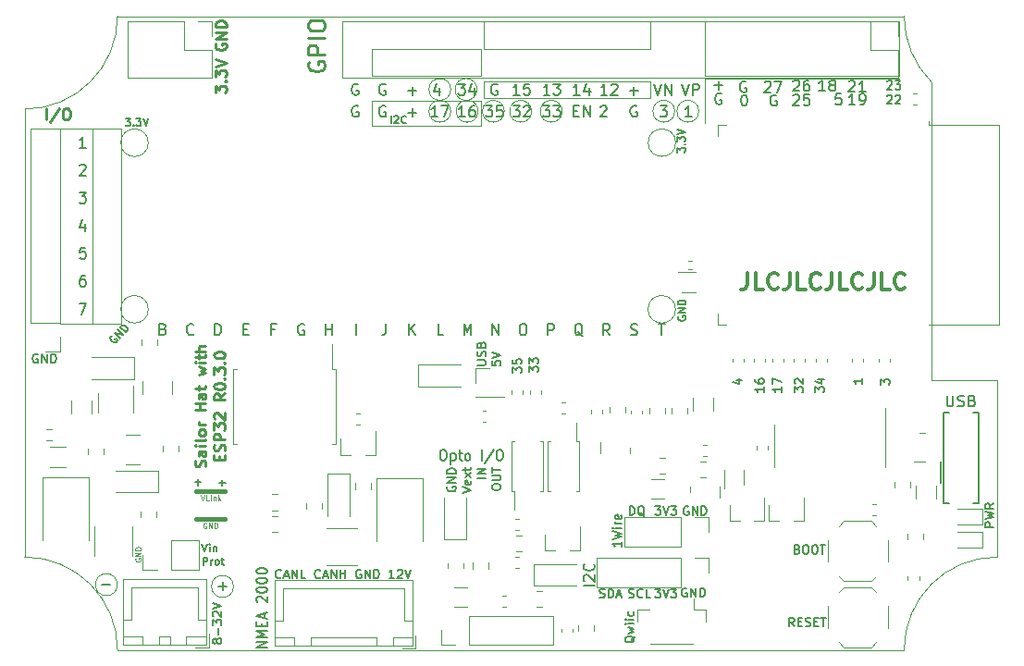
<source format=gbr>
%TF.GenerationSoftware,KiCad,Pcbnew,(5.1.9-0-10_14)*%
%TF.CreationDate,2021-01-29T16:41:18+02:00*%
%TF.ProjectId,SH-ESP32,53482d45-5350-4333-922e-6b696361645f,0.3.0*%
%TF.SameCoordinates,Original*%
%TF.FileFunction,Legend,Top*%
%TF.FilePolarity,Positive*%
%FSLAX46Y46*%
G04 Gerber Fmt 4.6, Leading zero omitted, Abs format (unit mm)*
G04 Created by KiCad (PCBNEW (5.1.9-0-10_14)) date 2021-01-29 16:41:18*
%MOMM*%
%LPD*%
G01*
G04 APERTURE LIST*
%ADD10C,0.175000*%
%ADD11C,0.120000*%
%ADD12C,0.160000*%
%ADD13C,0.125000*%
%TA.AperFunction,Profile*%
%ADD14C,0.050000*%
%TD*%
%ADD15C,0.250000*%
%ADD16C,0.400000*%
%ADD17C,0.200000*%
%ADD18C,0.300000*%
%ADD19C,0.150000*%
G04 APERTURE END LIST*
D10*
X97025389Y-86229636D02*
X96954678Y-86253206D01*
X96883967Y-86323917D01*
X96836827Y-86418198D01*
X96836827Y-86512478D01*
X96860397Y-86583189D01*
X96931108Y-86701040D01*
X97001818Y-86771751D01*
X97119669Y-86842462D01*
X97190380Y-86866032D01*
X97284661Y-86866032D01*
X97378942Y-86818891D01*
X97426082Y-86771751D01*
X97473223Y-86677470D01*
X97473223Y-86630330D01*
X97308231Y-86465338D01*
X97213950Y-86559619D01*
X97732495Y-86465338D02*
X97237521Y-85970363D01*
X98015338Y-86182495D01*
X97520363Y-85687521D01*
X98251040Y-85946793D02*
X97756066Y-85451818D01*
X97873917Y-85333967D01*
X97968198Y-85286827D01*
X98062478Y-85286827D01*
X98133189Y-85310397D01*
X98251040Y-85381108D01*
X98321751Y-85451818D01*
X98392462Y-85569669D01*
X98416032Y-85640380D01*
X98416032Y-85734661D01*
X98368891Y-85828942D01*
X98251040Y-85946793D01*
X148825000Y-84458333D02*
X148791666Y-84525000D01*
X148791666Y-84625000D01*
X148825000Y-84725000D01*
X148891666Y-84791666D01*
X148958333Y-84825000D01*
X149091666Y-84858333D01*
X149191666Y-84858333D01*
X149325000Y-84825000D01*
X149391666Y-84791666D01*
X149458333Y-84725000D01*
X149491666Y-84625000D01*
X149491666Y-84558333D01*
X149458333Y-84458333D01*
X149425000Y-84425000D01*
X149191666Y-84425000D01*
X149191666Y-84558333D01*
X149491666Y-84125000D02*
X148791666Y-84125000D01*
X149491666Y-83725000D01*
X148791666Y-83725000D01*
X149491666Y-83391666D02*
X148791666Y-83391666D01*
X148791666Y-83225000D01*
X148825000Y-83125000D01*
X148891666Y-83058333D01*
X148958333Y-83025000D01*
X149091666Y-82991666D01*
X149191666Y-82991666D01*
X149325000Y-83025000D01*
X149391666Y-83058333D01*
X149458333Y-83125000D01*
X149491666Y-83225000D01*
X149491666Y-83391666D01*
X148741666Y-69458333D02*
X148741666Y-69025000D01*
X149008333Y-69258333D01*
X149008333Y-69158333D01*
X149041666Y-69091666D01*
X149075000Y-69058333D01*
X149141666Y-69025000D01*
X149308333Y-69025000D01*
X149375000Y-69058333D01*
X149408333Y-69091666D01*
X149441666Y-69158333D01*
X149441666Y-69358333D01*
X149408333Y-69425000D01*
X149375000Y-69458333D01*
X149375000Y-68725000D02*
X149408333Y-68691666D01*
X149441666Y-68725000D01*
X149408333Y-68758333D01*
X149375000Y-68725000D01*
X149441666Y-68725000D01*
X148741666Y-68458333D02*
X148741666Y-68025000D01*
X149008333Y-68258333D01*
X149008333Y-68158333D01*
X149041666Y-68091666D01*
X149075000Y-68058333D01*
X149141666Y-68025000D01*
X149308333Y-68025000D01*
X149375000Y-68058333D01*
X149408333Y-68091666D01*
X149441666Y-68158333D01*
X149441666Y-68358333D01*
X149408333Y-68425000D01*
X149375000Y-68458333D01*
X148741666Y-67825000D02*
X149441666Y-67591666D01*
X148741666Y-67358333D01*
X98216666Y-66341666D02*
X98650000Y-66341666D01*
X98416666Y-66608333D01*
X98516666Y-66608333D01*
X98583333Y-66641666D01*
X98616666Y-66675000D01*
X98650000Y-66741666D01*
X98650000Y-66908333D01*
X98616666Y-66975000D01*
X98583333Y-67008333D01*
X98516666Y-67041666D01*
X98316666Y-67041666D01*
X98250000Y-67008333D01*
X98216666Y-66975000D01*
X98950000Y-66975000D02*
X98983333Y-67008333D01*
X98950000Y-67041666D01*
X98916666Y-67008333D01*
X98950000Y-66975000D01*
X98950000Y-67041666D01*
X99216666Y-66341666D02*
X99650000Y-66341666D01*
X99416666Y-66608333D01*
X99516666Y-66608333D01*
X99583333Y-66641666D01*
X99616666Y-66675000D01*
X99650000Y-66741666D01*
X99650000Y-66908333D01*
X99616666Y-66975000D01*
X99583333Y-67008333D01*
X99516666Y-67041666D01*
X99316666Y-67041666D01*
X99250000Y-67008333D01*
X99216666Y-66975000D01*
X99850000Y-66341666D02*
X100083333Y-67041666D01*
X100316666Y-66341666D01*
D11*
X100316445Y-68583222D02*
G75*
G03*
X100316445Y-68583222I-1258223J0D01*
G01*
X100316445Y-83825000D02*
G75*
G03*
X100316445Y-83825000I-1258223J0D01*
G01*
X148575001Y-83825000D02*
G75*
G03*
X148575001Y-83825000I-1258223J0D01*
G01*
X148583223Y-68575000D02*
G75*
G03*
X148583223Y-68575000I-1258223J0D01*
G01*
D12*
X177711904Y-103766666D02*
X176911904Y-103766666D01*
X176911904Y-103461904D01*
X176950000Y-103385714D01*
X176988095Y-103347619D01*
X177064285Y-103309523D01*
X177178571Y-103309523D01*
X177254761Y-103347619D01*
X177292857Y-103385714D01*
X177330952Y-103461904D01*
X177330952Y-103766666D01*
X176911904Y-103042857D02*
X177711904Y-102852380D01*
X177140476Y-102700000D01*
X177711904Y-102547619D01*
X176911904Y-102357142D01*
X177711904Y-101595238D02*
X177330952Y-101861904D01*
X177711904Y-102052380D02*
X176911904Y-102052380D01*
X176911904Y-101747619D01*
X176950000Y-101671428D01*
X176988095Y-101633333D01*
X177064285Y-101595238D01*
X177178571Y-101595238D01*
X177254761Y-101633333D01*
X177292857Y-101671428D01*
X177330952Y-101747619D01*
X177330952Y-102052380D01*
X149740476Y-101900000D02*
X149664285Y-101861904D01*
X149550000Y-101861904D01*
X149435714Y-101900000D01*
X149359523Y-101976190D01*
X149321428Y-102052380D01*
X149283333Y-102204761D01*
X149283333Y-102319047D01*
X149321428Y-102471428D01*
X149359523Y-102547619D01*
X149435714Y-102623809D01*
X149550000Y-102661904D01*
X149626190Y-102661904D01*
X149740476Y-102623809D01*
X149778571Y-102585714D01*
X149778571Y-102319047D01*
X149626190Y-102319047D01*
X150121428Y-102661904D02*
X150121428Y-101861904D01*
X150578571Y-102661904D01*
X150578571Y-101861904D01*
X150959523Y-102661904D02*
X150959523Y-101861904D01*
X151150000Y-101861904D01*
X151264285Y-101900000D01*
X151340476Y-101976190D01*
X151378571Y-102052380D01*
X151416666Y-102204761D01*
X151416666Y-102319047D01*
X151378571Y-102471428D01*
X151340476Y-102547619D01*
X151264285Y-102623809D01*
X151150000Y-102661904D01*
X150959523Y-102661904D01*
X146709523Y-101861904D02*
X147204761Y-101861904D01*
X146938095Y-102166666D01*
X147052380Y-102166666D01*
X147128571Y-102204761D01*
X147166666Y-102242857D01*
X147204761Y-102319047D01*
X147204761Y-102509523D01*
X147166666Y-102585714D01*
X147128571Y-102623809D01*
X147052380Y-102661904D01*
X146823809Y-102661904D01*
X146747619Y-102623809D01*
X146709523Y-102585714D01*
X147433333Y-101861904D02*
X147700000Y-102661904D01*
X147966666Y-101861904D01*
X148157142Y-101861904D02*
X148652380Y-101861904D01*
X148385714Y-102166666D01*
X148500000Y-102166666D01*
X148576190Y-102204761D01*
X148614285Y-102242857D01*
X148652380Y-102319047D01*
X148652380Y-102509523D01*
X148614285Y-102585714D01*
X148576190Y-102623809D01*
X148500000Y-102661904D01*
X148271428Y-102661904D01*
X148195238Y-102623809D01*
X148157142Y-102585714D01*
X144371428Y-102661904D02*
X144371428Y-101861904D01*
X144561904Y-101861904D01*
X144676190Y-101900000D01*
X144752380Y-101976190D01*
X144790476Y-102052380D01*
X144828571Y-102204761D01*
X144828571Y-102319047D01*
X144790476Y-102471428D01*
X144752380Y-102547619D01*
X144676190Y-102623809D01*
X144561904Y-102661904D01*
X144371428Y-102661904D01*
X145704761Y-102738095D02*
X145628571Y-102700000D01*
X145552380Y-102623809D01*
X145438095Y-102509523D01*
X145361904Y-102471428D01*
X145285714Y-102471428D01*
X145323809Y-102661904D02*
X145247619Y-102623809D01*
X145171428Y-102547619D01*
X145133333Y-102395238D01*
X145133333Y-102128571D01*
X145171428Y-101976190D01*
X145247619Y-101900000D01*
X145323809Y-101861904D01*
X145476190Y-101861904D01*
X145552380Y-101900000D01*
X145628571Y-101976190D01*
X145666666Y-102128571D01*
X145666666Y-102395238D01*
X145628571Y-102547619D01*
X145552380Y-102623809D01*
X145476190Y-102661904D01*
X145323809Y-102661904D01*
D13*
X99150000Y-106630952D02*
X99126190Y-106678571D01*
X99126190Y-106750000D01*
X99150000Y-106821428D01*
X99197619Y-106869047D01*
X99245238Y-106892857D01*
X99340476Y-106916666D01*
X99411904Y-106916666D01*
X99507142Y-106892857D01*
X99554761Y-106869047D01*
X99602380Y-106821428D01*
X99626190Y-106750000D01*
X99626190Y-106702380D01*
X99602380Y-106630952D01*
X99578571Y-106607142D01*
X99411904Y-106607142D01*
X99411904Y-106702380D01*
X99626190Y-106392857D02*
X99126190Y-106392857D01*
X99626190Y-106107142D01*
X99126190Y-106107142D01*
X99626190Y-105869047D02*
X99126190Y-105869047D01*
X99126190Y-105750000D01*
X99150000Y-105678571D01*
X99197619Y-105630952D01*
X99245238Y-105607142D01*
X99340476Y-105583333D01*
X99411904Y-105583333D01*
X99507142Y-105607142D01*
X99554761Y-105630952D01*
X99602380Y-105678571D01*
X99626190Y-105750000D01*
X99626190Y-105869047D01*
D12*
X122516666Y-66816666D02*
X122516666Y-66116666D01*
X122816666Y-66183333D02*
X122850000Y-66150000D01*
X122916666Y-66116666D01*
X123083333Y-66116666D01*
X123150000Y-66150000D01*
X123183333Y-66183333D01*
X123216666Y-66250000D01*
X123216666Y-66316666D01*
X123183333Y-66416666D01*
X122783333Y-66816666D01*
X123216666Y-66816666D01*
X123916666Y-66750000D02*
X123883333Y-66783333D01*
X123783333Y-66816666D01*
X123716666Y-66816666D01*
X123616666Y-66783333D01*
X123550000Y-66716666D01*
X123516666Y-66650000D01*
X123483333Y-66516666D01*
X123483333Y-66416666D01*
X123516666Y-66283333D01*
X123550000Y-66216666D01*
X123616666Y-66150000D01*
X123716666Y-66116666D01*
X123783333Y-66116666D01*
X123883333Y-66150000D01*
X123916666Y-66183333D01*
D14*
X178000000Y-90300000D02*
X178000000Y-106500000D01*
X172000000Y-90300000D02*
X172000000Y-63020000D01*
X178000000Y-90300000D02*
X172000000Y-90300000D01*
D12*
X112454095Y-108375714D02*
X112416000Y-108413809D01*
X112301714Y-108451904D01*
X112225523Y-108451904D01*
X112111238Y-108413809D01*
X112035047Y-108337619D01*
X111996952Y-108261428D01*
X111958857Y-108109047D01*
X111958857Y-107994761D01*
X111996952Y-107842380D01*
X112035047Y-107766190D01*
X112111238Y-107690000D01*
X112225523Y-107651904D01*
X112301714Y-107651904D01*
X112416000Y-107690000D01*
X112454095Y-107728095D01*
X112758857Y-108223333D02*
X113139809Y-108223333D01*
X112682666Y-108451904D02*
X112949333Y-107651904D01*
X113216000Y-108451904D01*
X113482666Y-108451904D02*
X113482666Y-107651904D01*
X113939809Y-108451904D01*
X113939809Y-107651904D01*
X114701714Y-108451904D02*
X114320761Y-108451904D01*
X114320761Y-107651904D01*
X116035047Y-108375714D02*
X115996952Y-108413809D01*
X115882666Y-108451904D01*
X115806476Y-108451904D01*
X115692190Y-108413809D01*
X115616000Y-108337619D01*
X115577904Y-108261428D01*
X115539809Y-108109047D01*
X115539809Y-107994761D01*
X115577904Y-107842380D01*
X115616000Y-107766190D01*
X115692190Y-107690000D01*
X115806476Y-107651904D01*
X115882666Y-107651904D01*
X115996952Y-107690000D01*
X116035047Y-107728095D01*
X116339809Y-108223333D02*
X116720761Y-108223333D01*
X116263619Y-108451904D02*
X116530285Y-107651904D01*
X116796952Y-108451904D01*
X117063619Y-108451904D02*
X117063619Y-107651904D01*
X117520761Y-108451904D01*
X117520761Y-107651904D01*
X117901714Y-108451904D02*
X117901714Y-107651904D01*
X117901714Y-108032857D02*
X118358857Y-108032857D01*
X118358857Y-108451904D02*
X118358857Y-107651904D01*
X119768380Y-107690000D02*
X119692190Y-107651904D01*
X119577904Y-107651904D01*
X119463619Y-107690000D01*
X119387428Y-107766190D01*
X119349333Y-107842380D01*
X119311238Y-107994761D01*
X119311238Y-108109047D01*
X119349333Y-108261428D01*
X119387428Y-108337619D01*
X119463619Y-108413809D01*
X119577904Y-108451904D01*
X119654095Y-108451904D01*
X119768380Y-108413809D01*
X119806476Y-108375714D01*
X119806476Y-108109047D01*
X119654095Y-108109047D01*
X120149333Y-108451904D02*
X120149333Y-107651904D01*
X120606476Y-108451904D01*
X120606476Y-107651904D01*
X120987428Y-108451904D02*
X120987428Y-107651904D01*
X121177904Y-107651904D01*
X121292190Y-107690000D01*
X121368380Y-107766190D01*
X121406476Y-107842380D01*
X121444571Y-107994761D01*
X121444571Y-108109047D01*
X121406476Y-108261428D01*
X121368380Y-108337619D01*
X121292190Y-108413809D01*
X121177904Y-108451904D01*
X120987428Y-108451904D01*
X122816000Y-108451904D02*
X122358857Y-108451904D01*
X122587428Y-108451904D02*
X122587428Y-107651904D01*
X122511238Y-107766190D01*
X122435047Y-107842380D01*
X122358857Y-107880476D01*
X123120761Y-107728095D02*
X123158857Y-107690000D01*
X123235047Y-107651904D01*
X123425523Y-107651904D01*
X123501714Y-107690000D01*
X123539809Y-107728095D01*
X123577904Y-107804285D01*
X123577904Y-107880476D01*
X123539809Y-107994761D01*
X123082666Y-108451904D01*
X123577904Y-108451904D01*
X123806476Y-107651904D02*
X124073142Y-108451904D01*
X124339809Y-107651904D01*
X106729047Y-109161428D02*
X107490952Y-109161428D01*
X107110000Y-109542380D02*
X107110000Y-108780476D01*
D11*
X108114988Y-109190000D02*
G75*
G03*
X108114988Y-109190000I-1004988J0D01*
G01*
X97484988Y-109030000D02*
G75*
G03*
X97484988Y-109030000I-1004988J0D01*
G01*
D12*
X96079047Y-108991428D02*
X96840952Y-108991428D01*
D11*
X130750000Y-64750000D02*
X120750000Y-64750000D01*
X130750000Y-67000000D02*
X130750000Y-64750000D01*
X120750000Y-67000000D02*
X130750000Y-67000000D01*
X120750000Y-64750000D02*
X120750000Y-67000000D01*
X131000000Y-64500000D02*
X131000000Y-63000000D01*
X146250000Y-64500000D02*
X131000000Y-64500000D01*
X146250000Y-63000000D02*
X146250000Y-64500000D01*
X131000000Y-63000000D02*
X146250000Y-63000000D01*
X169000000Y-62750000D02*
X151250000Y-62750000D01*
X151250000Y-62750000D02*
X151250000Y-66750000D01*
X169000000Y-57500000D02*
X151250000Y-57500000D01*
X169000000Y-62500000D02*
X169000000Y-57500000D01*
X151250000Y-62500000D02*
X169000000Y-62500000D01*
X151250000Y-57500000D02*
X151250000Y-62500000D01*
X146250000Y-60000000D02*
X131000000Y-60000000D01*
X146250000Y-57500000D02*
X146250000Y-60000000D01*
X131000000Y-57500000D02*
X146250000Y-57500000D01*
X131000000Y-60000000D02*
X131000000Y-57500000D01*
X120750000Y-62500000D02*
X120750000Y-60000000D01*
X130750000Y-62500000D02*
X120750000Y-62500000D01*
X130750000Y-60000000D02*
X130750000Y-62500000D01*
X120750000Y-60000000D02*
X130750000Y-60000000D01*
D12*
X167361904Y-90701619D02*
X167361904Y-90206380D01*
X167666666Y-90473047D01*
X167666666Y-90358761D01*
X167704761Y-90282571D01*
X167742857Y-90244476D01*
X167819047Y-90206380D01*
X168009523Y-90206380D01*
X168085714Y-90244476D01*
X168123809Y-90282571D01*
X168161904Y-90358761D01*
X168161904Y-90587333D01*
X168123809Y-90663523D01*
X168085714Y-90701619D01*
X165661904Y-90156380D02*
X165661904Y-90613523D01*
X165661904Y-90384952D02*
X164861904Y-90384952D01*
X164976190Y-90461142D01*
X165052380Y-90537333D01*
X165090476Y-90613523D01*
X161361904Y-91413523D02*
X161361904Y-90918285D01*
X161666666Y-91184952D01*
X161666666Y-91070666D01*
X161704761Y-90994476D01*
X161742857Y-90956380D01*
X161819047Y-90918285D01*
X162009523Y-90918285D01*
X162085714Y-90956380D01*
X162123809Y-90994476D01*
X162161904Y-91070666D01*
X162161904Y-91299238D01*
X162123809Y-91375428D01*
X162085714Y-91413523D01*
X161628571Y-90232571D02*
X162161904Y-90232571D01*
X161323809Y-90423047D02*
X161895238Y-90613523D01*
X161895238Y-90118285D01*
X159461904Y-91413523D02*
X159461904Y-90918285D01*
X159766666Y-91184952D01*
X159766666Y-91070666D01*
X159804761Y-90994476D01*
X159842857Y-90956380D01*
X159919047Y-90918285D01*
X160109523Y-90918285D01*
X160185714Y-90956380D01*
X160223809Y-90994476D01*
X160261904Y-91070666D01*
X160261904Y-91299238D01*
X160223809Y-91375428D01*
X160185714Y-91413523D01*
X159538095Y-90613523D02*
X159500000Y-90575428D01*
X159461904Y-90499238D01*
X159461904Y-90308761D01*
X159500000Y-90232571D01*
X159538095Y-90194476D01*
X159614285Y-90156380D01*
X159690476Y-90156380D01*
X159804761Y-90194476D01*
X160261904Y-90651619D01*
X160261904Y-90156380D01*
X158261904Y-90918285D02*
X158261904Y-91375428D01*
X158261904Y-91146857D02*
X157461904Y-91146857D01*
X157576190Y-91223047D01*
X157652380Y-91299238D01*
X157690476Y-91375428D01*
X157461904Y-90651619D02*
X157461904Y-90118285D01*
X158261904Y-90461142D01*
X156661904Y-90918285D02*
X156661904Y-91375428D01*
X156661904Y-91146857D02*
X155861904Y-91146857D01*
X155976190Y-91223047D01*
X156052380Y-91299238D01*
X156090476Y-91375428D01*
X155861904Y-90232571D02*
X155861904Y-90384952D01*
X155900000Y-90461142D01*
X155938095Y-90499238D01*
X156052380Y-90575428D01*
X156204761Y-90613523D01*
X156509523Y-90613523D01*
X156585714Y-90575428D01*
X156623809Y-90537333D01*
X156661904Y-90461142D01*
X156661904Y-90308761D01*
X156623809Y-90232571D01*
X156585714Y-90194476D01*
X156509523Y-90156380D01*
X156319047Y-90156380D01*
X156242857Y-90194476D01*
X156204761Y-90232571D01*
X156166666Y-90308761D01*
X156166666Y-90461142D01*
X156204761Y-90537333D01*
X156242857Y-90575428D01*
X156319047Y-90613523D01*
X132261904Y-63250000D02*
X132166666Y-63202380D01*
X132023809Y-63202380D01*
X131880952Y-63250000D01*
X131785714Y-63345238D01*
X131738095Y-63440476D01*
X131690476Y-63630952D01*
X131690476Y-63773809D01*
X131738095Y-63964285D01*
X131785714Y-64059523D01*
X131880952Y-64154761D01*
X132023809Y-64202380D01*
X132119047Y-64202380D01*
X132261904Y-64154761D01*
X132309523Y-64107142D01*
X132309523Y-63773809D01*
X132119047Y-63773809D01*
X155011904Y-63000000D02*
X154916666Y-62952380D01*
X154773809Y-62952380D01*
X154630952Y-63000000D01*
X154535714Y-63095238D01*
X154488095Y-63190476D01*
X154440476Y-63380952D01*
X154440476Y-63523809D01*
X154488095Y-63714285D01*
X154535714Y-63809523D01*
X154630952Y-63904761D01*
X154773809Y-63952380D01*
X154869047Y-63952380D01*
X155011904Y-63904761D01*
X155059523Y-63857142D01*
X155059523Y-63523809D01*
X154869047Y-63523809D01*
X152119047Y-63321428D02*
X152880952Y-63321428D01*
X152500000Y-63702380D02*
X152500000Y-62940476D01*
X144369047Y-63821428D02*
X145130952Y-63821428D01*
X144750000Y-64202380D02*
X144750000Y-63440476D01*
X124119047Y-63821428D02*
X124880952Y-63821428D01*
X124500000Y-64202380D02*
X124500000Y-63440476D01*
X124119047Y-65821428D02*
X124880952Y-65821428D01*
X124500000Y-66202380D02*
X124500000Y-65440476D01*
X119511904Y-65250000D02*
X119416666Y-65202380D01*
X119273809Y-65202380D01*
X119130952Y-65250000D01*
X119035714Y-65345238D01*
X118988095Y-65440476D01*
X118940476Y-65630952D01*
X118940476Y-65773809D01*
X118988095Y-65964285D01*
X119035714Y-66059523D01*
X119130952Y-66154761D01*
X119273809Y-66202380D01*
X119369047Y-66202380D01*
X119511904Y-66154761D01*
X119559523Y-66107142D01*
X119559523Y-65773809D01*
X119369047Y-65773809D01*
X119511904Y-63250000D02*
X119416666Y-63202380D01*
X119273809Y-63202380D01*
X119130952Y-63250000D01*
X119035714Y-63345238D01*
X118988095Y-63440476D01*
X118940476Y-63630952D01*
X118940476Y-63773809D01*
X118988095Y-63964285D01*
X119035714Y-64059523D01*
X119130952Y-64154761D01*
X119273809Y-64202380D01*
X119369047Y-64202380D01*
X119511904Y-64154761D01*
X119559523Y-64107142D01*
X119559523Y-63773809D01*
X119369047Y-63773809D01*
X122011904Y-65250000D02*
X121916666Y-65202380D01*
X121773809Y-65202380D01*
X121630952Y-65250000D01*
X121535714Y-65345238D01*
X121488095Y-65440476D01*
X121440476Y-65630952D01*
X121440476Y-65773809D01*
X121488095Y-65964285D01*
X121535714Y-66059523D01*
X121630952Y-66154761D01*
X121773809Y-66202380D01*
X121869047Y-66202380D01*
X122011904Y-66154761D01*
X122059523Y-66107142D01*
X122059523Y-65773809D01*
X121869047Y-65773809D01*
X122011904Y-63250000D02*
X121916666Y-63202380D01*
X121773809Y-63202380D01*
X121630952Y-63250000D01*
X121535714Y-63345238D01*
X121488095Y-63440476D01*
X121440476Y-63630952D01*
X121440476Y-63773809D01*
X121488095Y-63964285D01*
X121535714Y-64059523D01*
X121630952Y-64154761D01*
X121773809Y-64202380D01*
X121869047Y-64202380D01*
X122011904Y-64154761D01*
X122059523Y-64107142D01*
X122059523Y-63773809D01*
X121869047Y-63773809D01*
X157811904Y-64250000D02*
X157716666Y-64202380D01*
X157573809Y-64202380D01*
X157430952Y-64250000D01*
X157335714Y-64345238D01*
X157288095Y-64440476D01*
X157240476Y-64630952D01*
X157240476Y-64773809D01*
X157288095Y-64964285D01*
X157335714Y-65059523D01*
X157430952Y-65154761D01*
X157573809Y-65202380D01*
X157669047Y-65202380D01*
X157811904Y-65154761D01*
X157859523Y-65107142D01*
X157859523Y-64773809D01*
X157669047Y-64773809D01*
X152761904Y-64100000D02*
X152666666Y-64052380D01*
X152523809Y-64052380D01*
X152380952Y-64100000D01*
X152285714Y-64195238D01*
X152238095Y-64290476D01*
X152190476Y-64480952D01*
X152190476Y-64623809D01*
X152238095Y-64814285D01*
X152285714Y-64909523D01*
X152380952Y-65004761D01*
X152523809Y-65052380D01*
X152619047Y-65052380D01*
X152761904Y-65004761D01*
X152809523Y-64957142D01*
X152809523Y-64623809D01*
X152619047Y-64623809D01*
X145011904Y-65250000D02*
X144916666Y-65202380D01*
X144773809Y-65202380D01*
X144630952Y-65250000D01*
X144535714Y-65345238D01*
X144488095Y-65440476D01*
X144440476Y-65630952D01*
X144440476Y-65773809D01*
X144488095Y-65964285D01*
X144535714Y-66059523D01*
X144630952Y-66154761D01*
X144773809Y-66202380D01*
X144869047Y-66202380D01*
X145011904Y-66154761D01*
X145059523Y-66107142D01*
X145059523Y-65773809D01*
X144869047Y-65773809D01*
X147166666Y-65202380D02*
X147785714Y-65202380D01*
X147452380Y-65583333D01*
X147595238Y-65583333D01*
X147690476Y-65630952D01*
X147738095Y-65678571D01*
X147785714Y-65773809D01*
X147785714Y-66011904D01*
X147738095Y-66107142D01*
X147690476Y-66154761D01*
X147595238Y-66202380D01*
X147309523Y-66202380D01*
X147214285Y-66154761D01*
X147166666Y-66107142D01*
X150035714Y-66202380D02*
X149464285Y-66202380D01*
X149750000Y-66202380D02*
X149750000Y-65202380D01*
X149654761Y-65345238D01*
X149559523Y-65440476D01*
X149464285Y-65488095D01*
X154802380Y-64202380D02*
X154897619Y-64202380D01*
X154992857Y-64250000D01*
X155040476Y-64297619D01*
X155088095Y-64392857D01*
X155135714Y-64583333D01*
X155135714Y-64821428D01*
X155088095Y-65011904D01*
X155040476Y-65107142D01*
X154992857Y-65154761D01*
X154897619Y-65202380D01*
X154802380Y-65202380D01*
X154707142Y-65154761D01*
X154659523Y-65107142D01*
X154611904Y-65011904D01*
X154564285Y-64821428D01*
X154564285Y-64583333D01*
X154611904Y-64392857D01*
X154659523Y-64297619D01*
X154707142Y-64250000D01*
X154802380Y-64202380D01*
D14*
X169500000Y-115000000D02*
G75*
G02*
X178000000Y-106500000I8500000J0D01*
G01*
X89000000Y-106500000D02*
G75*
G02*
X97500000Y-115000000I0J-8500000D01*
G01*
X172000092Y-63020889D02*
G75*
G02*
X169500000Y-57000000I5999908J6020889D01*
G01*
X97500000Y-57000000D02*
G75*
G02*
X89000000Y-65500000I-8500000J0D01*
G01*
D15*
X105529761Y-98223809D02*
X105577380Y-98080952D01*
X105577380Y-97842857D01*
X105529761Y-97747619D01*
X105482142Y-97700000D01*
X105386904Y-97652380D01*
X105291666Y-97652380D01*
X105196428Y-97700000D01*
X105148809Y-97747619D01*
X105101190Y-97842857D01*
X105053571Y-98033333D01*
X105005952Y-98128571D01*
X104958333Y-98176190D01*
X104863095Y-98223809D01*
X104767857Y-98223809D01*
X104672619Y-98176190D01*
X104625000Y-98128571D01*
X104577380Y-98033333D01*
X104577380Y-97795238D01*
X104625000Y-97652380D01*
X105577380Y-96795238D02*
X105053571Y-96795238D01*
X104958333Y-96842857D01*
X104910714Y-96938095D01*
X104910714Y-97128571D01*
X104958333Y-97223809D01*
X105529761Y-96795238D02*
X105577380Y-96890476D01*
X105577380Y-97128571D01*
X105529761Y-97223809D01*
X105434523Y-97271428D01*
X105339285Y-97271428D01*
X105244047Y-97223809D01*
X105196428Y-97128571D01*
X105196428Y-96890476D01*
X105148809Y-96795238D01*
X105577380Y-96319047D02*
X104910714Y-96319047D01*
X104577380Y-96319047D02*
X104625000Y-96366666D01*
X104672619Y-96319047D01*
X104625000Y-96271428D01*
X104577380Y-96319047D01*
X104672619Y-96319047D01*
X105577380Y-95700000D02*
X105529761Y-95795238D01*
X105434523Y-95842857D01*
X104577380Y-95842857D01*
X105577380Y-95176190D02*
X105529761Y-95271428D01*
X105482142Y-95319047D01*
X105386904Y-95366666D01*
X105101190Y-95366666D01*
X105005952Y-95319047D01*
X104958333Y-95271428D01*
X104910714Y-95176190D01*
X104910714Y-95033333D01*
X104958333Y-94938095D01*
X105005952Y-94890476D01*
X105101190Y-94842857D01*
X105386904Y-94842857D01*
X105482142Y-94890476D01*
X105529761Y-94938095D01*
X105577380Y-95033333D01*
X105577380Y-95176190D01*
X105577380Y-94414285D02*
X104910714Y-94414285D01*
X105101190Y-94414285D02*
X105005952Y-94366666D01*
X104958333Y-94319047D01*
X104910714Y-94223809D01*
X104910714Y-94128571D01*
X105577380Y-93033333D02*
X104577380Y-93033333D01*
X105053571Y-93033333D02*
X105053571Y-92461904D01*
X105577380Y-92461904D02*
X104577380Y-92461904D01*
X105577380Y-91557142D02*
X105053571Y-91557142D01*
X104958333Y-91604761D01*
X104910714Y-91700000D01*
X104910714Y-91890476D01*
X104958333Y-91985714D01*
X105529761Y-91557142D02*
X105577380Y-91652380D01*
X105577380Y-91890476D01*
X105529761Y-91985714D01*
X105434523Y-92033333D01*
X105339285Y-92033333D01*
X105244047Y-91985714D01*
X105196428Y-91890476D01*
X105196428Y-91652380D01*
X105148809Y-91557142D01*
X104910714Y-91223809D02*
X104910714Y-90842857D01*
X104577380Y-91080952D02*
X105434523Y-91080952D01*
X105529761Y-91033333D01*
X105577380Y-90938095D01*
X105577380Y-90842857D01*
X104910714Y-89842857D02*
X105577380Y-89652380D01*
X105101190Y-89461904D01*
X105577380Y-89271428D01*
X104910714Y-89080952D01*
X105577380Y-88700000D02*
X104910714Y-88700000D01*
X104577380Y-88700000D02*
X104625000Y-88747619D01*
X104672619Y-88700000D01*
X104625000Y-88652380D01*
X104577380Y-88700000D01*
X104672619Y-88700000D01*
X104910714Y-88366666D02*
X104910714Y-87985714D01*
X104577380Y-88223809D02*
X105434523Y-88223809D01*
X105529761Y-88176190D01*
X105577380Y-88080952D01*
X105577380Y-87985714D01*
X105577380Y-87652380D02*
X104577380Y-87652380D01*
X105577380Y-87223809D02*
X105053571Y-87223809D01*
X104958333Y-87271428D01*
X104910714Y-87366666D01*
X104910714Y-87509523D01*
X104958333Y-87604761D01*
X105005952Y-87652380D01*
X106803571Y-97628571D02*
X106803571Y-97295238D01*
X107327380Y-97152380D02*
X107327380Y-97628571D01*
X106327380Y-97628571D01*
X106327380Y-97152380D01*
X107279761Y-96771428D02*
X107327380Y-96628571D01*
X107327380Y-96390476D01*
X107279761Y-96295238D01*
X107232142Y-96247619D01*
X107136904Y-96200000D01*
X107041666Y-96200000D01*
X106946428Y-96247619D01*
X106898809Y-96295238D01*
X106851190Y-96390476D01*
X106803571Y-96580952D01*
X106755952Y-96676190D01*
X106708333Y-96723809D01*
X106613095Y-96771428D01*
X106517857Y-96771428D01*
X106422619Y-96723809D01*
X106375000Y-96676190D01*
X106327380Y-96580952D01*
X106327380Y-96342857D01*
X106375000Y-96200000D01*
X107327380Y-95771428D02*
X106327380Y-95771428D01*
X106327380Y-95390476D01*
X106375000Y-95295238D01*
X106422619Y-95247619D01*
X106517857Y-95200000D01*
X106660714Y-95200000D01*
X106755952Y-95247619D01*
X106803571Y-95295238D01*
X106851190Y-95390476D01*
X106851190Y-95771428D01*
X106327380Y-94866666D02*
X106327380Y-94247619D01*
X106708333Y-94580952D01*
X106708333Y-94438095D01*
X106755952Y-94342857D01*
X106803571Y-94295238D01*
X106898809Y-94247619D01*
X107136904Y-94247619D01*
X107232142Y-94295238D01*
X107279761Y-94342857D01*
X107327380Y-94438095D01*
X107327380Y-94723809D01*
X107279761Y-94819047D01*
X107232142Y-94866666D01*
X106422619Y-93866666D02*
X106375000Y-93819047D01*
X106327380Y-93723809D01*
X106327380Y-93485714D01*
X106375000Y-93390476D01*
X106422619Y-93342857D01*
X106517857Y-93295238D01*
X106613095Y-93295238D01*
X106755952Y-93342857D01*
X107327380Y-93914285D01*
X107327380Y-93295238D01*
X107327380Y-91533333D02*
X106851190Y-91866666D01*
X107327380Y-92104761D02*
X106327380Y-92104761D01*
X106327380Y-91723809D01*
X106375000Y-91628571D01*
X106422619Y-91580952D01*
X106517857Y-91533333D01*
X106660714Y-91533333D01*
X106755952Y-91580952D01*
X106803571Y-91628571D01*
X106851190Y-91723809D01*
X106851190Y-92104761D01*
X106327380Y-90914285D02*
X106327380Y-90819047D01*
X106375000Y-90723809D01*
X106422619Y-90676190D01*
X106517857Y-90628571D01*
X106708333Y-90580952D01*
X106946428Y-90580952D01*
X107136904Y-90628571D01*
X107232142Y-90676190D01*
X107279761Y-90723809D01*
X107327380Y-90819047D01*
X107327380Y-90914285D01*
X107279761Y-91009523D01*
X107232142Y-91057142D01*
X107136904Y-91104761D01*
X106946428Y-91152380D01*
X106708333Y-91152380D01*
X106517857Y-91104761D01*
X106422619Y-91057142D01*
X106375000Y-91009523D01*
X106327380Y-90914285D01*
X107232142Y-90152380D02*
X107279761Y-90104761D01*
X107327380Y-90152380D01*
X107279761Y-90200000D01*
X107232142Y-90152380D01*
X107327380Y-90152380D01*
X106327380Y-89771428D02*
X106327380Y-89152380D01*
X106708333Y-89485714D01*
X106708333Y-89342857D01*
X106755952Y-89247619D01*
X106803571Y-89200000D01*
X106898809Y-89152380D01*
X107136904Y-89152380D01*
X107232142Y-89200000D01*
X107279761Y-89247619D01*
X107327380Y-89342857D01*
X107327380Y-89628571D01*
X107279761Y-89723809D01*
X107232142Y-89771428D01*
X107232142Y-88723809D02*
X107279761Y-88676190D01*
X107327380Y-88723809D01*
X107279761Y-88771428D01*
X107232142Y-88723809D01*
X107327380Y-88723809D01*
X106327380Y-88057142D02*
X106327380Y-87961904D01*
X106375000Y-87866666D01*
X106422619Y-87819047D01*
X106517857Y-87771428D01*
X106708333Y-87723809D01*
X106946428Y-87723809D01*
X107136904Y-87771428D01*
X107232142Y-87819047D01*
X107279761Y-87866666D01*
X107327380Y-87961904D01*
X107327380Y-88057142D01*
X107279761Y-88152380D01*
X107232142Y-88200000D01*
X107136904Y-88247619D01*
X106946428Y-88295238D01*
X106708333Y-88295238D01*
X106517857Y-88247619D01*
X106422619Y-88200000D01*
X106375000Y-88152380D01*
X106327380Y-88057142D01*
D13*
X105619047Y-103400000D02*
X105571428Y-103376190D01*
X105500000Y-103376190D01*
X105428571Y-103400000D01*
X105380952Y-103447619D01*
X105357142Y-103495238D01*
X105333333Y-103590476D01*
X105333333Y-103661904D01*
X105357142Y-103757142D01*
X105380952Y-103804761D01*
X105428571Y-103852380D01*
X105500000Y-103876190D01*
X105547619Y-103876190D01*
X105619047Y-103852380D01*
X105642857Y-103828571D01*
X105642857Y-103661904D01*
X105547619Y-103661904D01*
X105857142Y-103876190D02*
X105857142Y-103376190D01*
X106142857Y-103876190D01*
X106142857Y-103376190D01*
X106380952Y-103876190D02*
X106380952Y-103376190D01*
X106500000Y-103376190D01*
X106571428Y-103400000D01*
X106619047Y-103447619D01*
X106642857Y-103495238D01*
X106666666Y-103590476D01*
X106666666Y-103661904D01*
X106642857Y-103757142D01*
X106619047Y-103804761D01*
X106571428Y-103852380D01*
X106500000Y-103876190D01*
X106380952Y-103876190D01*
X105133333Y-100826190D02*
X105300000Y-101326190D01*
X105466666Y-100826190D01*
X105871428Y-101326190D02*
X105633333Y-101326190D01*
X105633333Y-100826190D01*
X106038095Y-101326190D02*
X106038095Y-100992857D01*
X106038095Y-100826190D02*
X106014285Y-100850000D01*
X106038095Y-100873809D01*
X106061904Y-100850000D01*
X106038095Y-100826190D01*
X106038095Y-100873809D01*
X106276190Y-100992857D02*
X106276190Y-101326190D01*
X106276190Y-101040476D02*
X106300000Y-101016666D01*
X106347619Y-100992857D01*
X106419047Y-100992857D01*
X106466666Y-101016666D01*
X106490476Y-101064285D01*
X106490476Y-101326190D01*
X106728571Y-101326190D02*
X106728571Y-100826190D01*
X106776190Y-101135714D02*
X106919047Y-101326190D01*
X106919047Y-100992857D02*
X106728571Y-101183333D01*
D12*
X106833333Y-99700000D02*
X107366666Y-99700000D01*
X107100000Y-99966666D02*
X107100000Y-99433333D01*
X104604333Y-99668000D02*
X105137666Y-99668000D01*
X104871000Y-99934666D02*
X104871000Y-99401333D01*
D16*
X104678500Y-103000000D02*
X107300000Y-103000000D01*
X104678500Y-100483500D02*
X107300000Y-100483500D01*
D12*
X90190476Y-87950000D02*
X90114285Y-87911904D01*
X90000000Y-87911904D01*
X89885714Y-87950000D01*
X89809523Y-88026190D01*
X89771428Y-88102380D01*
X89733333Y-88254761D01*
X89733333Y-88369047D01*
X89771428Y-88521428D01*
X89809523Y-88597619D01*
X89885714Y-88673809D01*
X90000000Y-88711904D01*
X90076190Y-88711904D01*
X90190476Y-88673809D01*
X90228571Y-88635714D01*
X90228571Y-88369047D01*
X90076190Y-88369047D01*
X90571428Y-88711904D02*
X90571428Y-87911904D01*
X91028571Y-88711904D01*
X91028571Y-87911904D01*
X91409523Y-88711904D02*
X91409523Y-87911904D01*
X91600000Y-87911904D01*
X91714285Y-87950000D01*
X91790476Y-88026190D01*
X91828571Y-88102380D01*
X91866666Y-88254761D01*
X91866666Y-88369047D01*
X91828571Y-88521428D01*
X91790476Y-88597619D01*
X91714285Y-88673809D01*
X91600000Y-88711904D01*
X91409523Y-88711904D01*
D11*
X95190000Y-85150000D02*
X92205000Y-85150000D01*
X95199200Y-67310000D02*
X92202000Y-67310000D01*
D10*
X105230416Y-105304166D02*
X105463750Y-106004166D01*
X105697083Y-105304166D01*
X105930416Y-106004166D02*
X105930416Y-105537500D01*
X105930416Y-105304166D02*
X105897083Y-105337500D01*
X105930416Y-105370833D01*
X105963750Y-105337500D01*
X105930416Y-105304166D01*
X105930416Y-105370833D01*
X106263750Y-105537500D02*
X106263750Y-106004166D01*
X106263750Y-105604166D02*
X106297083Y-105570833D01*
X106363750Y-105537500D01*
X106463750Y-105537500D01*
X106530416Y-105570833D01*
X106563750Y-105637500D01*
X106563750Y-106004166D01*
X105330416Y-107229166D02*
X105330416Y-106529166D01*
X105597083Y-106529166D01*
X105663750Y-106562500D01*
X105697083Y-106595833D01*
X105730416Y-106662500D01*
X105730416Y-106762500D01*
X105697083Y-106829166D01*
X105663750Y-106862500D01*
X105597083Y-106895833D01*
X105330416Y-106895833D01*
X106030416Y-107229166D02*
X106030416Y-106762500D01*
X106030416Y-106895833D02*
X106063750Y-106829166D01*
X106097083Y-106795833D01*
X106163750Y-106762500D01*
X106230416Y-106762500D01*
X106563750Y-107229166D02*
X106497083Y-107195833D01*
X106463750Y-107162500D01*
X106430416Y-107095833D01*
X106430416Y-106895833D01*
X106463750Y-106829166D01*
X106497083Y-106795833D01*
X106563750Y-106762500D01*
X106663750Y-106762500D01*
X106730416Y-106795833D01*
X106763750Y-106829166D01*
X106797083Y-106895833D01*
X106797083Y-107095833D01*
X106763750Y-107162500D01*
X106730416Y-107195833D01*
X106663750Y-107229166D01*
X106563750Y-107229166D01*
X106997083Y-106762500D02*
X107263750Y-106762500D01*
X107097083Y-106529166D02*
X107097083Y-107129166D01*
X107130416Y-107195833D01*
X107197083Y-107229166D01*
X107263750Y-107229166D01*
D15*
X91002380Y-66452380D02*
X91002380Y-65452380D01*
X92192857Y-65404761D02*
X91335714Y-66690476D01*
X92716666Y-65452380D02*
X92907142Y-65452380D01*
X93002380Y-65500000D01*
X93097619Y-65595238D01*
X93145238Y-65785714D01*
X93145238Y-66119047D01*
X93097619Y-66309523D01*
X93002380Y-66404761D01*
X92907142Y-66452380D01*
X92716666Y-66452380D01*
X92621428Y-66404761D01*
X92526190Y-66309523D01*
X92478571Y-66119047D01*
X92478571Y-65785714D01*
X92526190Y-65595238D01*
X92621428Y-65500000D01*
X92716666Y-65452380D01*
D12*
X142549523Y-86177380D02*
X142216190Y-85701190D01*
X141978095Y-86177380D02*
X141978095Y-85177380D01*
X142359047Y-85177380D01*
X142454285Y-85225000D01*
X142501904Y-85272619D01*
X142549523Y-85367857D01*
X142549523Y-85510714D01*
X142501904Y-85605952D01*
X142454285Y-85653571D01*
X142359047Y-85701190D01*
X141978095Y-85701190D01*
X144494285Y-86129761D02*
X144637142Y-86177380D01*
X144875238Y-86177380D01*
X144970476Y-86129761D01*
X145018095Y-86082142D01*
X145065714Y-85986904D01*
X145065714Y-85891666D01*
X145018095Y-85796428D01*
X144970476Y-85748809D01*
X144875238Y-85701190D01*
X144684761Y-85653571D01*
X144589523Y-85605952D01*
X144541904Y-85558333D01*
X144494285Y-85463095D01*
X144494285Y-85367857D01*
X144541904Y-85272619D01*
X144589523Y-85225000D01*
X144684761Y-85177380D01*
X144922857Y-85177380D01*
X145065714Y-85225000D01*
X147034285Y-85177380D02*
X147605714Y-85177380D01*
X147320000Y-86177380D02*
X147320000Y-85177380D01*
D11*
X128000000Y-65700000D02*
G75*
G03*
X128000000Y-65700000I-1000000J0D01*
G01*
X150700000Y-65700000D02*
G75*
G03*
X150700000Y-65700000I-1000000J0D01*
G01*
X148500000Y-65700000D02*
G75*
G03*
X148500000Y-65700000I-1000000J0D01*
G01*
X130500000Y-65700000D02*
G75*
G03*
X130500000Y-65700000I-1000000J0D01*
G01*
X138200000Y-65700000D02*
G75*
G03*
X138200000Y-65700000I-1000000J0D01*
G01*
X130400000Y-63700000D02*
G75*
G03*
X130400000Y-63700000I-1000000J0D01*
G01*
X132900000Y-65700000D02*
G75*
G03*
X132900000Y-65700000I-1000000J0D01*
G01*
X135400000Y-65700000D02*
G75*
G03*
X135400000Y-65700000I-1000000J0D01*
G01*
X128000000Y-63700000D02*
G75*
G03*
X128000000Y-63700000I-1000000J0D01*
G01*
D17*
X127244857Y-96683380D02*
X127416285Y-96683380D01*
X127502000Y-96731000D01*
X127587714Y-96826238D01*
X127630571Y-97016714D01*
X127630571Y-97350047D01*
X127587714Y-97540523D01*
X127502000Y-97635761D01*
X127416285Y-97683380D01*
X127244857Y-97683380D01*
X127159142Y-97635761D01*
X127073428Y-97540523D01*
X127030571Y-97350047D01*
X127030571Y-97016714D01*
X127073428Y-96826238D01*
X127159142Y-96731000D01*
X127244857Y-96683380D01*
X128016285Y-97016714D02*
X128016285Y-98016714D01*
X128016285Y-97064333D02*
X128102000Y-97016714D01*
X128273428Y-97016714D01*
X128359142Y-97064333D01*
X128402000Y-97111952D01*
X128444857Y-97207190D01*
X128444857Y-97492904D01*
X128402000Y-97588142D01*
X128359142Y-97635761D01*
X128273428Y-97683380D01*
X128102000Y-97683380D01*
X128016285Y-97635761D01*
X128702000Y-97016714D02*
X129044857Y-97016714D01*
X128830571Y-96683380D02*
X128830571Y-97540523D01*
X128873428Y-97635761D01*
X128959142Y-97683380D01*
X129044857Y-97683380D01*
X129473428Y-97683380D02*
X129387714Y-97635761D01*
X129344857Y-97588142D01*
X129302000Y-97492904D01*
X129302000Y-97207190D01*
X129344857Y-97111952D01*
X129387714Y-97064333D01*
X129473428Y-97016714D01*
X129602000Y-97016714D01*
X129687714Y-97064333D01*
X129730571Y-97111952D01*
X129773428Y-97207190D01*
X129773428Y-97492904D01*
X129730571Y-97588142D01*
X129687714Y-97635761D01*
X129602000Y-97683380D01*
X129473428Y-97683380D01*
X130844857Y-97683380D02*
X130844857Y-96683380D01*
X131916285Y-96635761D02*
X131144857Y-97921476D01*
X132387714Y-96683380D02*
X132559142Y-96683380D01*
X132644857Y-96731000D01*
X132730571Y-96826238D01*
X132773428Y-97016714D01*
X132773428Y-97350047D01*
X132730571Y-97540523D01*
X132644857Y-97635761D01*
X132559142Y-97683380D01*
X132387714Y-97683380D01*
X132302000Y-97635761D01*
X132216285Y-97540523D01*
X132173428Y-97350047D01*
X132173428Y-97016714D01*
X132216285Y-96826238D01*
X132302000Y-96731000D01*
X132387714Y-96683380D01*
D15*
X115050000Y-61200000D02*
X114978571Y-61342857D01*
X114978571Y-61557142D01*
X115050000Y-61771428D01*
X115192857Y-61914285D01*
X115335714Y-61985714D01*
X115621428Y-62057142D01*
X115835714Y-62057142D01*
X116121428Y-61985714D01*
X116264285Y-61914285D01*
X116407142Y-61771428D01*
X116478571Y-61557142D01*
X116478571Y-61414285D01*
X116407142Y-61200000D01*
X116335714Y-61128571D01*
X115835714Y-61128571D01*
X115835714Y-61414285D01*
X116478571Y-60485714D02*
X114978571Y-60485714D01*
X114978571Y-59914285D01*
X115050000Y-59771428D01*
X115121428Y-59700000D01*
X115264285Y-59628571D01*
X115478571Y-59628571D01*
X115621428Y-59700000D01*
X115692857Y-59771428D01*
X115764285Y-59914285D01*
X115764285Y-60485714D01*
X116478571Y-58985714D02*
X114978571Y-58985714D01*
X114978571Y-57985714D02*
X114978571Y-57700000D01*
X115050000Y-57557142D01*
X115192857Y-57414285D01*
X115478571Y-57342857D01*
X115978571Y-57342857D01*
X116264285Y-57414285D01*
X116407142Y-57557142D01*
X116478571Y-57700000D01*
X116478571Y-57985714D01*
X116407142Y-58128571D01*
X116264285Y-58271428D01*
X115978571Y-58342857D01*
X115478571Y-58342857D01*
X115192857Y-58271428D01*
X115050000Y-58128571D01*
X114978571Y-57985714D01*
D12*
X173408095Y-91712380D02*
X173408095Y-92521904D01*
X173455714Y-92617142D01*
X173503333Y-92664761D01*
X173598571Y-92712380D01*
X173789047Y-92712380D01*
X173884285Y-92664761D01*
X173931904Y-92617142D01*
X173979523Y-92521904D01*
X173979523Y-91712380D01*
X174408095Y-92664761D02*
X174550952Y-92712380D01*
X174789047Y-92712380D01*
X174884285Y-92664761D01*
X174931904Y-92617142D01*
X174979523Y-92521904D01*
X174979523Y-92426666D01*
X174931904Y-92331428D01*
X174884285Y-92283809D01*
X174789047Y-92236190D01*
X174598571Y-92188571D01*
X174503333Y-92140952D01*
X174455714Y-92093333D01*
X174408095Y-91998095D01*
X174408095Y-91902857D01*
X174455714Y-91807619D01*
X174503333Y-91760000D01*
X174598571Y-91712380D01*
X174836666Y-91712380D01*
X174979523Y-91760000D01*
X175741428Y-92188571D02*
X175884285Y-92236190D01*
X175931904Y-92283809D01*
X175979523Y-92379047D01*
X175979523Y-92521904D01*
X175931904Y-92617142D01*
X175884285Y-92664761D01*
X175789047Y-92712380D01*
X175408095Y-92712380D01*
X175408095Y-91712380D01*
X175741428Y-91712380D01*
X175836666Y-91760000D01*
X175884285Y-91807619D01*
X175931904Y-91902857D01*
X175931904Y-91998095D01*
X175884285Y-92093333D01*
X175836666Y-92140952D01*
X175741428Y-92188571D01*
X175408095Y-92188571D01*
X159714285Y-105792857D02*
X159828571Y-105830952D01*
X159866666Y-105869047D01*
X159904761Y-105945238D01*
X159904761Y-106059523D01*
X159866666Y-106135714D01*
X159828571Y-106173809D01*
X159752380Y-106211904D01*
X159447619Y-106211904D01*
X159447619Y-105411904D01*
X159714285Y-105411904D01*
X159790476Y-105450000D01*
X159828571Y-105488095D01*
X159866666Y-105564285D01*
X159866666Y-105640476D01*
X159828571Y-105716666D01*
X159790476Y-105754761D01*
X159714285Y-105792857D01*
X159447619Y-105792857D01*
X160400000Y-105411904D02*
X160552380Y-105411904D01*
X160628571Y-105450000D01*
X160704761Y-105526190D01*
X160742857Y-105678571D01*
X160742857Y-105945238D01*
X160704761Y-106097619D01*
X160628571Y-106173809D01*
X160552380Y-106211904D01*
X160400000Y-106211904D01*
X160323809Y-106173809D01*
X160247619Y-106097619D01*
X160209523Y-105945238D01*
X160209523Y-105678571D01*
X160247619Y-105526190D01*
X160323809Y-105450000D01*
X160400000Y-105411904D01*
X161238095Y-105411904D02*
X161390476Y-105411904D01*
X161466666Y-105450000D01*
X161542857Y-105526190D01*
X161580952Y-105678571D01*
X161580952Y-105945238D01*
X161542857Y-106097619D01*
X161466666Y-106173809D01*
X161390476Y-106211904D01*
X161238095Y-106211904D01*
X161161904Y-106173809D01*
X161085714Y-106097619D01*
X161047619Y-105945238D01*
X161047619Y-105678571D01*
X161085714Y-105526190D01*
X161161904Y-105450000D01*
X161238095Y-105411904D01*
X161809523Y-105411904D02*
X162266666Y-105411904D01*
X162038095Y-106211904D02*
X162038095Y-105411904D01*
X159438095Y-112861904D02*
X159171428Y-112480952D01*
X158980952Y-112861904D02*
X158980952Y-112061904D01*
X159285714Y-112061904D01*
X159361904Y-112100000D01*
X159400000Y-112138095D01*
X159438095Y-112214285D01*
X159438095Y-112328571D01*
X159400000Y-112404761D01*
X159361904Y-112442857D01*
X159285714Y-112480952D01*
X158980952Y-112480952D01*
X159780952Y-112442857D02*
X160047619Y-112442857D01*
X160161904Y-112861904D02*
X159780952Y-112861904D01*
X159780952Y-112061904D01*
X160161904Y-112061904D01*
X160466666Y-112823809D02*
X160580952Y-112861904D01*
X160771428Y-112861904D01*
X160847619Y-112823809D01*
X160885714Y-112785714D01*
X160923809Y-112709523D01*
X160923809Y-112633333D01*
X160885714Y-112557142D01*
X160847619Y-112519047D01*
X160771428Y-112480952D01*
X160619047Y-112442857D01*
X160542857Y-112404761D01*
X160504761Y-112366666D01*
X160466666Y-112290476D01*
X160466666Y-112214285D01*
X160504761Y-112138095D01*
X160542857Y-112100000D01*
X160619047Y-112061904D01*
X160809523Y-112061904D01*
X160923809Y-112100000D01*
X161266666Y-112442857D02*
X161533333Y-112442857D01*
X161647619Y-112861904D02*
X161266666Y-112861904D01*
X161266666Y-112061904D01*
X161647619Y-112061904D01*
X161876190Y-112061904D02*
X162333333Y-112061904D01*
X162104761Y-112861904D02*
X162104761Y-112061904D01*
X154128571Y-90282571D02*
X154661904Y-90282571D01*
X153823809Y-90473047D02*
X154395238Y-90663523D01*
X154395238Y-90168285D01*
X135211904Y-89581714D02*
X135211904Y-89086476D01*
X135516666Y-89353142D01*
X135516666Y-89238857D01*
X135554761Y-89162666D01*
X135592857Y-89124571D01*
X135669047Y-89086476D01*
X135859523Y-89086476D01*
X135935714Y-89124571D01*
X135973809Y-89162666D01*
X136011904Y-89238857D01*
X136011904Y-89467428D01*
X135973809Y-89543619D01*
X135935714Y-89581714D01*
X135211904Y-88819809D02*
X135211904Y-88324571D01*
X135516666Y-88591238D01*
X135516666Y-88476952D01*
X135554761Y-88400761D01*
X135592857Y-88362666D01*
X135669047Y-88324571D01*
X135859523Y-88324571D01*
X135935714Y-88362666D01*
X135973809Y-88400761D01*
X136011904Y-88476952D01*
X136011904Y-88705523D01*
X135973809Y-88781714D01*
X135935714Y-88819809D01*
X133661904Y-89631714D02*
X133661904Y-89136476D01*
X133966666Y-89403142D01*
X133966666Y-89288857D01*
X134004761Y-89212666D01*
X134042857Y-89174571D01*
X134119047Y-89136476D01*
X134309523Y-89136476D01*
X134385714Y-89174571D01*
X134423809Y-89212666D01*
X134461904Y-89288857D01*
X134461904Y-89517428D01*
X134423809Y-89593619D01*
X134385714Y-89631714D01*
X133661904Y-88412666D02*
X133661904Y-88793619D01*
X134042857Y-88831714D01*
X134004761Y-88793619D01*
X133966666Y-88717428D01*
X133966666Y-88526952D01*
X134004761Y-88450761D01*
X134042857Y-88412666D01*
X134119047Y-88374571D01*
X134309523Y-88374571D01*
X134385714Y-88412666D01*
X134423809Y-88450761D01*
X134461904Y-88526952D01*
X134461904Y-88717428D01*
X134423809Y-88793619D01*
X134385714Y-88831714D01*
X127716000Y-100052571D02*
X127677904Y-100128761D01*
X127677904Y-100243047D01*
X127716000Y-100357333D01*
X127792190Y-100433523D01*
X127868380Y-100471619D01*
X128020761Y-100509714D01*
X128135047Y-100509714D01*
X128287428Y-100471619D01*
X128363619Y-100433523D01*
X128439809Y-100357333D01*
X128477904Y-100243047D01*
X128477904Y-100166857D01*
X128439809Y-100052571D01*
X128401714Y-100014476D01*
X128135047Y-100014476D01*
X128135047Y-100166857D01*
X128477904Y-99671619D02*
X127677904Y-99671619D01*
X128477904Y-99214476D01*
X127677904Y-99214476D01*
X128477904Y-98833523D02*
X127677904Y-98833523D01*
X127677904Y-98643047D01*
X127716000Y-98528761D01*
X127792190Y-98452571D01*
X127868380Y-98414476D01*
X128020761Y-98376380D01*
X128135047Y-98376380D01*
X128287428Y-98414476D01*
X128363619Y-98452571D01*
X128439809Y-98528761D01*
X128477904Y-98643047D01*
X128477904Y-98833523D01*
X129037904Y-100624000D02*
X129837904Y-100357333D01*
X129037904Y-100090666D01*
X129799809Y-99519238D02*
X129837904Y-99595428D01*
X129837904Y-99747809D01*
X129799809Y-99824000D01*
X129723619Y-99862095D01*
X129418857Y-99862095D01*
X129342666Y-99824000D01*
X129304571Y-99747809D01*
X129304571Y-99595428D01*
X129342666Y-99519238D01*
X129418857Y-99481142D01*
X129495047Y-99481142D01*
X129571238Y-99862095D01*
X129837904Y-99214476D02*
X129304571Y-98795428D01*
X129304571Y-99214476D02*
X129837904Y-98795428D01*
X129304571Y-98604952D02*
X129304571Y-98300190D01*
X129037904Y-98490666D02*
X129723619Y-98490666D01*
X129799809Y-98452571D01*
X129837904Y-98376380D01*
X129837904Y-98300190D01*
X131197904Y-99252571D02*
X130397904Y-99252571D01*
X131197904Y-98871619D02*
X130397904Y-98871619D01*
X131197904Y-98414476D01*
X130397904Y-98414476D01*
X131757904Y-100166857D02*
X131757904Y-100014476D01*
X131796000Y-99938285D01*
X131872190Y-99862095D01*
X132024571Y-99824000D01*
X132291238Y-99824000D01*
X132443619Y-99862095D01*
X132519809Y-99938285D01*
X132557904Y-100014476D01*
X132557904Y-100166857D01*
X132519809Y-100243047D01*
X132443619Y-100319238D01*
X132291238Y-100357333D01*
X132024571Y-100357333D01*
X131872190Y-100319238D01*
X131796000Y-100243047D01*
X131757904Y-100166857D01*
X131757904Y-99481142D02*
X132405523Y-99481142D01*
X132481714Y-99443047D01*
X132519809Y-99404952D01*
X132557904Y-99328761D01*
X132557904Y-99176380D01*
X132519809Y-99100190D01*
X132481714Y-99062095D01*
X132405523Y-99024000D01*
X131757904Y-99024000D01*
X131757904Y-98757333D02*
X131757904Y-98300190D01*
X132557904Y-98528761D02*
X131757904Y-98528761D01*
X106554761Y-114276190D02*
X106516666Y-114352380D01*
X106478571Y-114390476D01*
X106402380Y-114428571D01*
X106364285Y-114428571D01*
X106288095Y-114390476D01*
X106250000Y-114352380D01*
X106211904Y-114276190D01*
X106211904Y-114123809D01*
X106250000Y-114047619D01*
X106288095Y-114009523D01*
X106364285Y-113971428D01*
X106402380Y-113971428D01*
X106478571Y-114009523D01*
X106516666Y-114047619D01*
X106554761Y-114123809D01*
X106554761Y-114276190D01*
X106592857Y-114352380D01*
X106630952Y-114390476D01*
X106707142Y-114428571D01*
X106859523Y-114428571D01*
X106935714Y-114390476D01*
X106973809Y-114352380D01*
X107011904Y-114276190D01*
X107011904Y-114123809D01*
X106973809Y-114047619D01*
X106935714Y-114009523D01*
X106859523Y-113971428D01*
X106707142Y-113971428D01*
X106630952Y-114009523D01*
X106592857Y-114047619D01*
X106554761Y-114123809D01*
X106707142Y-113628571D02*
X106707142Y-113019047D01*
X106211904Y-112714285D02*
X106211904Y-112219047D01*
X106516666Y-112485714D01*
X106516666Y-112371428D01*
X106554761Y-112295238D01*
X106592857Y-112257142D01*
X106669047Y-112219047D01*
X106859523Y-112219047D01*
X106935714Y-112257142D01*
X106973809Y-112295238D01*
X107011904Y-112371428D01*
X107011904Y-112600000D01*
X106973809Y-112676190D01*
X106935714Y-112714285D01*
X106288095Y-111914285D02*
X106250000Y-111876190D01*
X106211904Y-111800000D01*
X106211904Y-111609523D01*
X106250000Y-111533333D01*
X106288095Y-111495238D01*
X106364285Y-111457142D01*
X106440476Y-111457142D01*
X106554761Y-111495238D01*
X107011904Y-111952380D01*
X107011904Y-111457142D01*
X106211904Y-111228571D02*
X107011904Y-110961904D01*
X106211904Y-110695238D01*
X144297619Y-110173809D02*
X144411904Y-110211904D01*
X144602380Y-110211904D01*
X144678571Y-110173809D01*
X144716666Y-110135714D01*
X144754761Y-110059523D01*
X144754761Y-109983333D01*
X144716666Y-109907142D01*
X144678571Y-109869047D01*
X144602380Y-109830952D01*
X144450000Y-109792857D01*
X144373809Y-109754761D01*
X144335714Y-109716666D01*
X144297619Y-109640476D01*
X144297619Y-109564285D01*
X144335714Y-109488095D01*
X144373809Y-109450000D01*
X144450000Y-109411904D01*
X144640476Y-109411904D01*
X144754761Y-109450000D01*
X145554761Y-110135714D02*
X145516666Y-110173809D01*
X145402380Y-110211904D01*
X145326190Y-110211904D01*
X145211904Y-110173809D01*
X145135714Y-110097619D01*
X145097619Y-110021428D01*
X145059523Y-109869047D01*
X145059523Y-109754761D01*
X145097619Y-109602380D01*
X145135714Y-109526190D01*
X145211904Y-109450000D01*
X145326190Y-109411904D01*
X145402380Y-109411904D01*
X145516666Y-109450000D01*
X145554761Y-109488095D01*
X146278571Y-110211904D02*
X145897619Y-110211904D01*
X145897619Y-109411904D01*
X141628571Y-110173809D02*
X141742857Y-110211904D01*
X141933333Y-110211904D01*
X142009523Y-110173809D01*
X142047619Y-110135714D01*
X142085714Y-110059523D01*
X142085714Y-109983333D01*
X142047619Y-109907142D01*
X142009523Y-109869047D01*
X141933333Y-109830952D01*
X141780952Y-109792857D01*
X141704761Y-109754761D01*
X141666666Y-109716666D01*
X141628571Y-109640476D01*
X141628571Y-109564285D01*
X141666666Y-109488095D01*
X141704761Y-109450000D01*
X141780952Y-109411904D01*
X141971428Y-109411904D01*
X142085714Y-109450000D01*
X142428571Y-110211904D02*
X142428571Y-109411904D01*
X142619047Y-109411904D01*
X142733333Y-109450000D01*
X142809523Y-109526190D01*
X142847619Y-109602380D01*
X142885714Y-109754761D01*
X142885714Y-109869047D01*
X142847619Y-110021428D01*
X142809523Y-110097619D01*
X142733333Y-110173809D01*
X142619047Y-110211904D01*
X142428571Y-110211904D01*
X143190476Y-109983333D02*
X143571428Y-109983333D01*
X143114285Y-110211904D02*
X143380952Y-109411904D01*
X143647619Y-110211904D01*
X146709523Y-109411904D02*
X147204761Y-109411904D01*
X146938095Y-109716666D01*
X147052380Y-109716666D01*
X147128571Y-109754761D01*
X147166666Y-109792857D01*
X147204761Y-109869047D01*
X147204761Y-110059523D01*
X147166666Y-110135714D01*
X147128571Y-110173809D01*
X147052380Y-110211904D01*
X146823809Y-110211904D01*
X146747619Y-110173809D01*
X146709523Y-110135714D01*
X147433333Y-109411904D02*
X147700000Y-110211904D01*
X147966666Y-109411904D01*
X148157142Y-109411904D02*
X148652380Y-109411904D01*
X148385714Y-109716666D01*
X148500000Y-109716666D01*
X148576190Y-109754761D01*
X148614285Y-109792857D01*
X148652380Y-109869047D01*
X148652380Y-110059523D01*
X148614285Y-110135714D01*
X148576190Y-110173809D01*
X148500000Y-110211904D01*
X148271428Y-110211904D01*
X148195238Y-110173809D01*
X148157142Y-110135714D01*
X149590476Y-109400000D02*
X149514285Y-109361904D01*
X149400000Y-109361904D01*
X149285714Y-109400000D01*
X149209523Y-109476190D01*
X149171428Y-109552380D01*
X149133333Y-109704761D01*
X149133333Y-109819047D01*
X149171428Y-109971428D01*
X149209523Y-110047619D01*
X149285714Y-110123809D01*
X149400000Y-110161904D01*
X149476190Y-110161904D01*
X149590476Y-110123809D01*
X149628571Y-110085714D01*
X149628571Y-109819047D01*
X149476190Y-109819047D01*
X149971428Y-110161904D02*
X149971428Y-109361904D01*
X150428571Y-110161904D01*
X150428571Y-109361904D01*
X150809523Y-110161904D02*
X150809523Y-109361904D01*
X151000000Y-109361904D01*
X151114285Y-109400000D01*
X151190476Y-109476190D01*
X151228571Y-109552380D01*
X151266666Y-109704761D01*
X151266666Y-109819047D01*
X151228571Y-109971428D01*
X151190476Y-110047619D01*
X151114285Y-110123809D01*
X151000000Y-110161904D01*
X150809523Y-110161904D01*
X111202380Y-114821428D02*
X110202380Y-114821428D01*
X111202380Y-114307142D01*
X110202380Y-114307142D01*
X111202380Y-113878571D02*
X110202380Y-113878571D01*
X110916666Y-113578571D01*
X110202380Y-113278571D01*
X111202380Y-113278571D01*
X110678571Y-112850000D02*
X110678571Y-112550000D01*
X111202380Y-112421428D02*
X111202380Y-112850000D01*
X110202380Y-112850000D01*
X110202380Y-112421428D01*
X110916666Y-112078571D02*
X110916666Y-111650000D01*
X111202380Y-112164285D02*
X110202380Y-111864285D01*
X111202380Y-111564285D01*
X110297619Y-110621428D02*
X110250000Y-110578571D01*
X110202380Y-110492857D01*
X110202380Y-110278571D01*
X110250000Y-110192857D01*
X110297619Y-110150000D01*
X110392857Y-110107142D01*
X110488095Y-110107142D01*
X110630952Y-110150000D01*
X111202380Y-110664285D01*
X111202380Y-110107142D01*
X110202380Y-109550000D02*
X110202380Y-109464285D01*
X110250000Y-109378571D01*
X110297619Y-109335714D01*
X110392857Y-109292857D01*
X110583333Y-109250000D01*
X110821428Y-109250000D01*
X111011904Y-109292857D01*
X111107142Y-109335714D01*
X111154761Y-109378571D01*
X111202380Y-109464285D01*
X111202380Y-109550000D01*
X111154761Y-109635714D01*
X111107142Y-109678571D01*
X111011904Y-109721428D01*
X110821428Y-109764285D01*
X110583333Y-109764285D01*
X110392857Y-109721428D01*
X110297619Y-109678571D01*
X110250000Y-109635714D01*
X110202380Y-109550000D01*
X110202380Y-108692857D02*
X110202380Y-108607142D01*
X110250000Y-108521428D01*
X110297619Y-108478571D01*
X110392857Y-108435714D01*
X110583333Y-108392857D01*
X110821428Y-108392857D01*
X111011904Y-108435714D01*
X111107142Y-108478571D01*
X111154761Y-108521428D01*
X111202380Y-108607142D01*
X111202380Y-108692857D01*
X111154761Y-108778571D01*
X111107142Y-108821428D01*
X111011904Y-108864285D01*
X110821428Y-108907142D01*
X110583333Y-108907142D01*
X110392857Y-108864285D01*
X110297619Y-108821428D01*
X110250000Y-108778571D01*
X110202380Y-108692857D01*
X110202380Y-107835714D02*
X110202380Y-107750000D01*
X110250000Y-107664285D01*
X110297619Y-107621428D01*
X110392857Y-107578571D01*
X110583333Y-107535714D01*
X110821428Y-107535714D01*
X111011904Y-107578571D01*
X111107142Y-107621428D01*
X111154761Y-107664285D01*
X111202380Y-107750000D01*
X111202380Y-107835714D01*
X111154761Y-107921428D01*
X111107142Y-107964285D01*
X111011904Y-108007142D01*
X110821428Y-108050000D01*
X110583333Y-108050000D01*
X110392857Y-108007142D01*
X110297619Y-107964285D01*
X110250000Y-107921428D01*
X110202380Y-107835714D01*
X143611904Y-105109523D02*
X143611904Y-105566666D01*
X143611904Y-105338095D02*
X142811904Y-105338095D01*
X142926190Y-105414285D01*
X143002380Y-105490476D01*
X143040476Y-105566666D01*
X142811904Y-104842857D02*
X143611904Y-104652380D01*
X143040476Y-104500000D01*
X143611904Y-104347619D01*
X142811904Y-104157142D01*
X143611904Y-103852380D02*
X143078571Y-103852380D01*
X142811904Y-103852380D02*
X142850000Y-103890476D01*
X142888095Y-103852380D01*
X142850000Y-103814285D01*
X142811904Y-103852380D01*
X142888095Y-103852380D01*
X143611904Y-103471428D02*
X143078571Y-103471428D01*
X143230952Y-103471428D02*
X143154761Y-103433333D01*
X143116666Y-103395238D01*
X143078571Y-103319047D01*
X143078571Y-103242857D01*
X143573809Y-102671428D02*
X143611904Y-102747619D01*
X143611904Y-102900000D01*
X143573809Y-102976190D01*
X143497619Y-103014285D01*
X143192857Y-103014285D01*
X143116666Y-102976190D01*
X143078571Y-102900000D01*
X143078571Y-102747619D01*
X143116666Y-102671428D01*
X143192857Y-102633333D01*
X143269047Y-102633333D01*
X143345238Y-103014285D01*
X144838095Y-113738095D02*
X144800000Y-113814285D01*
X144723809Y-113890476D01*
X144609523Y-114004761D01*
X144571428Y-114080952D01*
X144571428Y-114157142D01*
X144761904Y-114119047D02*
X144723809Y-114195238D01*
X144647619Y-114271428D01*
X144495238Y-114309523D01*
X144228571Y-114309523D01*
X144076190Y-114271428D01*
X144000000Y-114195238D01*
X143961904Y-114119047D01*
X143961904Y-113966666D01*
X144000000Y-113890476D01*
X144076190Y-113814285D01*
X144228571Y-113776190D01*
X144495238Y-113776190D01*
X144647619Y-113814285D01*
X144723809Y-113890476D01*
X144761904Y-113966666D01*
X144761904Y-114119047D01*
X144228571Y-113509523D02*
X144761904Y-113357142D01*
X144380952Y-113204761D01*
X144761904Y-113052380D01*
X144228571Y-112900000D01*
X144761904Y-112595238D02*
X144228571Y-112595238D01*
X143961904Y-112595238D02*
X144000000Y-112633333D01*
X144038095Y-112595238D01*
X144000000Y-112557142D01*
X143961904Y-112595238D01*
X144038095Y-112595238D01*
X144761904Y-112214285D02*
X144228571Y-112214285D01*
X143961904Y-112214285D02*
X144000000Y-112252380D01*
X144038095Y-112214285D01*
X144000000Y-112176190D01*
X143961904Y-112214285D01*
X144038095Y-112214285D01*
X144723809Y-111490476D02*
X144761904Y-111566666D01*
X144761904Y-111719047D01*
X144723809Y-111795238D01*
X144685714Y-111833333D01*
X144609523Y-111871428D01*
X144380952Y-111871428D01*
X144304761Y-111833333D01*
X144266666Y-111795238D01*
X144228571Y-111719047D01*
X144228571Y-111566666D01*
X144266666Y-111490476D01*
X141152380Y-109126190D02*
X140152380Y-109126190D01*
X140247619Y-108697619D02*
X140200000Y-108650000D01*
X140152380Y-108554761D01*
X140152380Y-108316666D01*
X140200000Y-108221428D01*
X140247619Y-108173809D01*
X140342857Y-108126190D01*
X140438095Y-108126190D01*
X140580952Y-108173809D01*
X141152380Y-108745238D01*
X141152380Y-108126190D01*
X141057142Y-107126190D02*
X141104761Y-107173809D01*
X141152380Y-107316666D01*
X141152380Y-107411904D01*
X141104761Y-107554761D01*
X141009523Y-107650000D01*
X140914285Y-107697619D01*
X140723809Y-107745238D01*
X140580952Y-107745238D01*
X140390476Y-107697619D01*
X140295238Y-107650000D01*
X140200000Y-107554761D01*
X140152380Y-107411904D01*
X140152380Y-107316666D01*
X140200000Y-107173809D01*
X140247619Y-107126190D01*
X130411904Y-88935523D02*
X131059523Y-88935523D01*
X131135714Y-88897428D01*
X131173809Y-88859333D01*
X131211904Y-88783142D01*
X131211904Y-88630761D01*
X131173809Y-88554571D01*
X131135714Y-88516476D01*
X131059523Y-88478380D01*
X130411904Y-88478380D01*
X131173809Y-88135523D02*
X131211904Y-88021238D01*
X131211904Y-87830761D01*
X131173809Y-87754571D01*
X131135714Y-87716476D01*
X131059523Y-87678380D01*
X130983333Y-87678380D01*
X130907142Y-87716476D01*
X130869047Y-87754571D01*
X130830952Y-87830761D01*
X130792857Y-87983142D01*
X130754761Y-88059333D01*
X130716666Y-88097428D01*
X130640476Y-88135523D01*
X130564285Y-88135523D01*
X130488095Y-88097428D01*
X130450000Y-88059333D01*
X130411904Y-87983142D01*
X130411904Y-87792666D01*
X130450000Y-87678380D01*
X130792857Y-87068857D02*
X130830952Y-86954571D01*
X130869047Y-86916476D01*
X130945238Y-86878380D01*
X131059523Y-86878380D01*
X131135714Y-86916476D01*
X131173809Y-86954571D01*
X131211904Y-87030761D01*
X131211904Y-87335523D01*
X130411904Y-87335523D01*
X130411904Y-87068857D01*
X130450000Y-86992666D01*
X130488095Y-86954571D01*
X130564285Y-86916476D01*
X130640476Y-86916476D01*
X130716666Y-86954571D01*
X130754761Y-86992666D01*
X130792857Y-87068857D01*
X130792857Y-87335523D01*
X131771904Y-88554571D02*
X131771904Y-88935523D01*
X132152857Y-88973619D01*
X132114761Y-88935523D01*
X132076666Y-88859333D01*
X132076666Y-88668857D01*
X132114761Y-88592666D01*
X132152857Y-88554571D01*
X132229047Y-88516476D01*
X132419523Y-88516476D01*
X132495714Y-88554571D01*
X132533809Y-88592666D01*
X132571904Y-88668857D01*
X132571904Y-88859333D01*
X132533809Y-88935523D01*
X132495714Y-88973619D01*
X131771904Y-88287904D02*
X132571904Y-88021238D01*
X131771904Y-87754571D01*
X140080952Y-86272619D02*
X139985714Y-86225000D01*
X139890476Y-86129761D01*
X139747619Y-85986904D01*
X139652380Y-85939285D01*
X139557142Y-85939285D01*
X139604761Y-86177380D02*
X139509523Y-86129761D01*
X139414285Y-86034523D01*
X139366666Y-85844047D01*
X139366666Y-85510714D01*
X139414285Y-85320238D01*
X139509523Y-85225000D01*
X139604761Y-85177380D01*
X139795238Y-85177380D01*
X139890476Y-85225000D01*
X139985714Y-85320238D01*
X140033333Y-85510714D01*
X140033333Y-85844047D01*
X139985714Y-86034523D01*
X139890476Y-86129761D01*
X139795238Y-86177380D01*
X139604761Y-86177380D01*
X136898095Y-86177380D02*
X136898095Y-85177380D01*
X137279047Y-85177380D01*
X137374285Y-85225000D01*
X137421904Y-85272619D01*
X137469523Y-85367857D01*
X137469523Y-85510714D01*
X137421904Y-85605952D01*
X137374285Y-85653571D01*
X137279047Y-85701190D01*
X136898095Y-85701190D01*
X134524761Y-85177380D02*
X134715238Y-85177380D01*
X134810476Y-85225000D01*
X134905714Y-85320238D01*
X134953333Y-85510714D01*
X134953333Y-85844047D01*
X134905714Y-86034523D01*
X134810476Y-86129761D01*
X134715238Y-86177380D01*
X134524761Y-86177380D01*
X134429523Y-86129761D01*
X134334285Y-86034523D01*
X134286666Y-85844047D01*
X134286666Y-85510714D01*
X134334285Y-85320238D01*
X134429523Y-85225000D01*
X134524761Y-85177380D01*
X131794285Y-86177380D02*
X131794285Y-85177380D01*
X132365714Y-86177380D01*
X132365714Y-85177380D01*
X129206666Y-86177380D02*
X129206666Y-85177380D01*
X129540000Y-85891666D01*
X129873333Y-85177380D01*
X129873333Y-86177380D01*
X127309523Y-86177380D02*
X126833333Y-86177380D01*
X126833333Y-85177380D01*
X124198095Y-86177380D02*
X124198095Y-85177380D01*
X124769523Y-86177380D02*
X124340952Y-85605952D01*
X124769523Y-85177380D02*
X124198095Y-85748809D01*
X122062857Y-85177380D02*
X122062857Y-85891666D01*
X122015238Y-86034523D01*
X121920000Y-86129761D01*
X121777142Y-86177380D01*
X121681904Y-86177380D01*
X119380000Y-86177380D02*
X119380000Y-85177380D01*
X116554285Y-86177380D02*
X116554285Y-85177380D01*
X116554285Y-85653571D02*
X117125714Y-85653571D01*
X117125714Y-86177380D02*
X117125714Y-85177380D01*
X114561904Y-85225000D02*
X114466666Y-85177380D01*
X114323809Y-85177380D01*
X114180952Y-85225000D01*
X114085714Y-85320238D01*
X114038095Y-85415476D01*
X113990476Y-85605952D01*
X113990476Y-85748809D01*
X114038095Y-85939285D01*
X114085714Y-86034523D01*
X114180952Y-86129761D01*
X114323809Y-86177380D01*
X114419047Y-86177380D01*
X114561904Y-86129761D01*
X114609523Y-86082142D01*
X114609523Y-85748809D01*
X114419047Y-85748809D01*
X111902857Y-85653571D02*
X111569523Y-85653571D01*
X111569523Y-86177380D02*
X111569523Y-85177380D01*
X112045714Y-85177380D01*
X109005714Y-85653571D02*
X109339047Y-85653571D01*
X109481904Y-86177380D02*
X109005714Y-86177380D01*
X109005714Y-85177380D01*
X109481904Y-85177380D01*
X106418095Y-86177380D02*
X106418095Y-85177380D01*
X106656190Y-85177380D01*
X106799047Y-85225000D01*
X106894285Y-85320238D01*
X106941904Y-85415476D01*
X106989523Y-85605952D01*
X106989523Y-85748809D01*
X106941904Y-85939285D01*
X106894285Y-86034523D01*
X106799047Y-86129761D01*
X106656190Y-86177380D01*
X106418095Y-86177380D01*
X104449523Y-86082142D02*
X104401904Y-86129761D01*
X104259047Y-86177380D01*
X104163809Y-86177380D01*
X104020952Y-86129761D01*
X103925714Y-86034523D01*
X103878095Y-85939285D01*
X103830476Y-85748809D01*
X103830476Y-85605952D01*
X103878095Y-85415476D01*
X103925714Y-85320238D01*
X104020952Y-85225000D01*
X104163809Y-85177380D01*
X104259047Y-85177380D01*
X104401904Y-85225000D01*
X104449523Y-85272619D01*
X101671428Y-85628571D02*
X101814285Y-85676190D01*
X101861904Y-85723809D01*
X101909523Y-85819047D01*
X101909523Y-85961904D01*
X101861904Y-86057142D01*
X101814285Y-86104761D01*
X101719047Y-86152380D01*
X101338095Y-86152380D01*
X101338095Y-85152380D01*
X101671428Y-85152380D01*
X101766666Y-85200000D01*
X101814285Y-85247619D01*
X101861904Y-85342857D01*
X101861904Y-85438095D01*
X101814285Y-85533333D01*
X101766666Y-85580952D01*
X101671428Y-85628571D01*
X101338095Y-85628571D01*
X93981666Y-83272380D02*
X94648333Y-83272380D01*
X94219761Y-84272380D01*
X94505476Y-80732380D02*
X94315000Y-80732380D01*
X94219761Y-80780000D01*
X94172142Y-80827619D01*
X94076904Y-80970476D01*
X94029285Y-81160952D01*
X94029285Y-81541904D01*
X94076904Y-81637142D01*
X94124523Y-81684761D01*
X94219761Y-81732380D01*
X94410238Y-81732380D01*
X94505476Y-81684761D01*
X94553095Y-81637142D01*
X94600714Y-81541904D01*
X94600714Y-81303809D01*
X94553095Y-81208571D01*
X94505476Y-81160952D01*
X94410238Y-81113333D01*
X94219761Y-81113333D01*
X94124523Y-81160952D01*
X94076904Y-81208571D01*
X94029285Y-81303809D01*
X94553095Y-78192380D02*
X94076904Y-78192380D01*
X94029285Y-78668571D01*
X94076904Y-78620952D01*
X94172142Y-78573333D01*
X94410238Y-78573333D01*
X94505476Y-78620952D01*
X94553095Y-78668571D01*
X94600714Y-78763809D01*
X94600714Y-79001904D01*
X94553095Y-79097142D01*
X94505476Y-79144761D01*
X94410238Y-79192380D01*
X94172142Y-79192380D01*
X94076904Y-79144761D01*
X94029285Y-79097142D01*
X94505476Y-75985714D02*
X94505476Y-76652380D01*
X94267380Y-75604761D02*
X94029285Y-76319047D01*
X94648333Y-76319047D01*
X93981666Y-73112380D02*
X94600714Y-73112380D01*
X94267380Y-73493333D01*
X94410238Y-73493333D01*
X94505476Y-73540952D01*
X94553095Y-73588571D01*
X94600714Y-73683809D01*
X94600714Y-73921904D01*
X94553095Y-74017142D01*
X94505476Y-74064761D01*
X94410238Y-74112380D01*
X94124523Y-74112380D01*
X94029285Y-74064761D01*
X93981666Y-74017142D01*
X94029285Y-70667619D02*
X94076904Y-70620000D01*
X94172142Y-70572380D01*
X94410238Y-70572380D01*
X94505476Y-70620000D01*
X94553095Y-70667619D01*
X94600714Y-70762857D01*
X94600714Y-70858095D01*
X94553095Y-71000952D01*
X93981666Y-71572380D01*
X94600714Y-71572380D01*
X94600714Y-69032380D02*
X94029285Y-69032380D01*
X94315000Y-69032380D02*
X94315000Y-68032380D01*
X94219761Y-68175238D01*
X94124523Y-68270476D01*
X94029285Y-68318095D01*
X167940476Y-62988095D02*
X167978571Y-62950000D01*
X168054761Y-62911904D01*
X168245238Y-62911904D01*
X168321428Y-62950000D01*
X168359523Y-62988095D01*
X168397619Y-63064285D01*
X168397619Y-63140476D01*
X168359523Y-63254761D01*
X167902380Y-63711904D01*
X168397619Y-63711904D01*
X168664285Y-62911904D02*
X169159523Y-62911904D01*
X168892857Y-63216666D01*
X169007142Y-63216666D01*
X169083333Y-63254761D01*
X169121428Y-63292857D01*
X169159523Y-63369047D01*
X169159523Y-63559523D01*
X169121428Y-63635714D01*
X169083333Y-63673809D01*
X169007142Y-63711904D01*
X168778571Y-63711904D01*
X168702380Y-63673809D01*
X168664285Y-63635714D01*
X167940476Y-64288095D02*
X167978571Y-64250000D01*
X168054761Y-64211904D01*
X168245238Y-64211904D01*
X168321428Y-64250000D01*
X168359523Y-64288095D01*
X168397619Y-64364285D01*
X168397619Y-64440476D01*
X168359523Y-64554761D01*
X167902380Y-65011904D01*
X168397619Y-65011904D01*
X168702380Y-64288095D02*
X168740476Y-64250000D01*
X168816666Y-64211904D01*
X169007142Y-64211904D01*
X169083333Y-64250000D01*
X169121428Y-64288095D01*
X169159523Y-64364285D01*
X169159523Y-64440476D01*
X169121428Y-64554761D01*
X168664285Y-65011904D01*
X169159523Y-65011904D01*
X164438095Y-62997619D02*
X164485714Y-62950000D01*
X164580952Y-62902380D01*
X164819047Y-62902380D01*
X164914285Y-62950000D01*
X164961904Y-62997619D01*
X165009523Y-63092857D01*
X165009523Y-63188095D01*
X164961904Y-63330952D01*
X164390476Y-63902380D01*
X165009523Y-63902380D01*
X165961904Y-63902380D02*
X165390476Y-63902380D01*
X165676190Y-63902380D02*
X165676190Y-62902380D01*
X165580952Y-63045238D01*
X165485714Y-63140476D01*
X165390476Y-63188095D01*
X165009523Y-65102380D02*
X164438095Y-65102380D01*
X164723809Y-65102380D02*
X164723809Y-64102380D01*
X164628571Y-64245238D01*
X164533333Y-64340476D01*
X164438095Y-64388095D01*
X165485714Y-65102380D02*
X165676190Y-65102380D01*
X165771428Y-65054761D01*
X165819047Y-65007142D01*
X165914285Y-64864285D01*
X165961904Y-64673809D01*
X165961904Y-64292857D01*
X165914285Y-64197619D01*
X165866666Y-64150000D01*
X165771428Y-64102380D01*
X165580952Y-64102380D01*
X165485714Y-64150000D01*
X165438095Y-64197619D01*
X165390476Y-64292857D01*
X165390476Y-64530952D01*
X165438095Y-64626190D01*
X165485714Y-64673809D01*
X165580952Y-64721428D01*
X165771428Y-64721428D01*
X165866666Y-64673809D01*
X165914285Y-64626190D01*
X165961904Y-64530952D01*
X162259523Y-63852380D02*
X161688095Y-63852380D01*
X161973809Y-63852380D02*
X161973809Y-62852380D01*
X161878571Y-62995238D01*
X161783333Y-63090476D01*
X161688095Y-63138095D01*
X162830952Y-63280952D02*
X162735714Y-63233333D01*
X162688095Y-63185714D01*
X162640476Y-63090476D01*
X162640476Y-63042857D01*
X162688095Y-62947619D01*
X162735714Y-62900000D01*
X162830952Y-62852380D01*
X163021428Y-62852380D01*
X163116666Y-62900000D01*
X163164285Y-62947619D01*
X163211904Y-63042857D01*
X163211904Y-63090476D01*
X163164285Y-63185714D01*
X163116666Y-63233333D01*
X163021428Y-63280952D01*
X162830952Y-63280952D01*
X162735714Y-63328571D01*
X162688095Y-63376190D01*
X162640476Y-63471428D01*
X162640476Y-63661904D01*
X162688095Y-63757142D01*
X162735714Y-63804761D01*
X162830952Y-63852380D01*
X163021428Y-63852380D01*
X163116666Y-63804761D01*
X163164285Y-63757142D01*
X163211904Y-63661904D01*
X163211904Y-63471428D01*
X163164285Y-63376190D01*
X163116666Y-63328571D01*
X163021428Y-63280952D01*
X163738095Y-64102380D02*
X163261904Y-64102380D01*
X163214285Y-64578571D01*
X163261904Y-64530952D01*
X163357142Y-64483333D01*
X163595238Y-64483333D01*
X163690476Y-64530952D01*
X163738095Y-64578571D01*
X163785714Y-64673809D01*
X163785714Y-64911904D01*
X163738095Y-65007142D01*
X163690476Y-65054761D01*
X163595238Y-65102380D01*
X163357142Y-65102380D01*
X163261904Y-65054761D01*
X163214285Y-65007142D01*
X126809523Y-66202380D02*
X126238095Y-66202380D01*
X126523809Y-66202380D02*
X126523809Y-65202380D01*
X126428571Y-65345238D01*
X126333333Y-65440476D01*
X126238095Y-65488095D01*
X127142857Y-65202380D02*
X127809523Y-65202380D01*
X127380952Y-66202380D01*
X129309523Y-66202380D02*
X128738095Y-66202380D01*
X129023809Y-66202380D02*
X129023809Y-65202380D01*
X128928571Y-65345238D01*
X128833333Y-65440476D01*
X128738095Y-65488095D01*
X130166666Y-65202380D02*
X129976190Y-65202380D01*
X129880952Y-65250000D01*
X129833333Y-65297619D01*
X129738095Y-65440476D01*
X129690476Y-65630952D01*
X129690476Y-66011904D01*
X129738095Y-66107142D01*
X129785714Y-66154761D01*
X129880952Y-66202380D01*
X130071428Y-66202380D01*
X130166666Y-66154761D01*
X130214285Y-66107142D01*
X130261904Y-66011904D01*
X130261904Y-65773809D01*
X130214285Y-65678571D01*
X130166666Y-65630952D01*
X130071428Y-65583333D01*
X129880952Y-65583333D01*
X129785714Y-65630952D01*
X129738095Y-65678571D01*
X129690476Y-65773809D01*
X126940476Y-63535714D02*
X126940476Y-64202380D01*
X126702380Y-63154761D02*
X126464285Y-63869047D01*
X127083333Y-63869047D01*
X141714285Y-65297619D02*
X141761904Y-65250000D01*
X141857142Y-65202380D01*
X142095238Y-65202380D01*
X142190476Y-65250000D01*
X142238095Y-65297619D01*
X142285714Y-65392857D01*
X142285714Y-65488095D01*
X142238095Y-65630952D01*
X141666666Y-66202380D01*
X142285714Y-66202380D01*
X134309523Y-64202380D02*
X133738095Y-64202380D01*
X134023809Y-64202380D02*
X134023809Y-63202380D01*
X133928571Y-63345238D01*
X133833333Y-63440476D01*
X133738095Y-63488095D01*
X135214285Y-63202380D02*
X134738095Y-63202380D01*
X134690476Y-63678571D01*
X134738095Y-63630952D01*
X134833333Y-63583333D01*
X135071428Y-63583333D01*
X135166666Y-63630952D01*
X135214285Y-63678571D01*
X135261904Y-63773809D01*
X135261904Y-64011904D01*
X135214285Y-64107142D01*
X135166666Y-64154761D01*
X135071428Y-64202380D01*
X134833333Y-64202380D01*
X134738095Y-64154761D01*
X134690476Y-64107142D01*
X139261904Y-65678571D02*
X139595238Y-65678571D01*
X139738095Y-66202380D02*
X139261904Y-66202380D01*
X139261904Y-65202380D01*
X139738095Y-65202380D01*
X140166666Y-66202380D02*
X140166666Y-65202380D01*
X140738095Y-66202380D01*
X140738095Y-65202380D01*
X149166666Y-63202380D02*
X149500000Y-64202380D01*
X149833333Y-63202380D01*
X150166666Y-64202380D02*
X150166666Y-63202380D01*
X150547619Y-63202380D01*
X150642857Y-63250000D01*
X150690476Y-63297619D01*
X150738095Y-63392857D01*
X150738095Y-63535714D01*
X150690476Y-63630952D01*
X150642857Y-63678571D01*
X150547619Y-63726190D01*
X150166666Y-63726190D01*
X146642857Y-63202380D02*
X146976190Y-64202380D01*
X147309523Y-63202380D01*
X147642857Y-64202380D02*
X147642857Y-63202380D01*
X148214285Y-64202380D01*
X148214285Y-63202380D01*
X128690476Y-63202380D02*
X129309523Y-63202380D01*
X128976190Y-63583333D01*
X129119047Y-63583333D01*
X129214285Y-63630952D01*
X129261904Y-63678571D01*
X129309523Y-63773809D01*
X129309523Y-64011904D01*
X129261904Y-64107142D01*
X129214285Y-64154761D01*
X129119047Y-64202380D01*
X128833333Y-64202380D01*
X128738095Y-64154761D01*
X128690476Y-64107142D01*
X130166666Y-63535714D02*
X130166666Y-64202380D01*
X129928571Y-63154761D02*
X129690476Y-63869047D01*
X130309523Y-63869047D01*
X131190476Y-65202380D02*
X131809523Y-65202380D01*
X131476190Y-65583333D01*
X131619047Y-65583333D01*
X131714285Y-65630952D01*
X131761904Y-65678571D01*
X131809523Y-65773809D01*
X131809523Y-66011904D01*
X131761904Y-66107142D01*
X131714285Y-66154761D01*
X131619047Y-66202380D01*
X131333333Y-66202380D01*
X131238095Y-66154761D01*
X131190476Y-66107142D01*
X132714285Y-65202380D02*
X132238095Y-65202380D01*
X132190476Y-65678571D01*
X132238095Y-65630952D01*
X132333333Y-65583333D01*
X132571428Y-65583333D01*
X132666666Y-65630952D01*
X132714285Y-65678571D01*
X132761904Y-65773809D01*
X132761904Y-66011904D01*
X132714285Y-66107142D01*
X132666666Y-66154761D01*
X132571428Y-66202380D01*
X132333333Y-66202380D01*
X132238095Y-66154761D01*
X132190476Y-66107142D01*
X133690476Y-65202380D02*
X134309523Y-65202380D01*
X133976190Y-65583333D01*
X134119047Y-65583333D01*
X134214285Y-65630952D01*
X134261904Y-65678571D01*
X134309523Y-65773809D01*
X134309523Y-66011904D01*
X134261904Y-66107142D01*
X134214285Y-66154761D01*
X134119047Y-66202380D01*
X133833333Y-66202380D01*
X133738095Y-66154761D01*
X133690476Y-66107142D01*
X134690476Y-65297619D02*
X134738095Y-65250000D01*
X134833333Y-65202380D01*
X135071428Y-65202380D01*
X135166666Y-65250000D01*
X135214285Y-65297619D01*
X135261904Y-65392857D01*
X135261904Y-65488095D01*
X135214285Y-65630952D01*
X134642857Y-66202380D01*
X135261904Y-66202380D01*
X136440476Y-65202380D02*
X137059523Y-65202380D01*
X136726190Y-65583333D01*
X136869047Y-65583333D01*
X136964285Y-65630952D01*
X137011904Y-65678571D01*
X137059523Y-65773809D01*
X137059523Y-66011904D01*
X137011904Y-66107142D01*
X136964285Y-66154761D01*
X136869047Y-66202380D01*
X136583333Y-66202380D01*
X136488095Y-66154761D01*
X136440476Y-66107142D01*
X137392857Y-65202380D02*
X138011904Y-65202380D01*
X137678571Y-65583333D01*
X137821428Y-65583333D01*
X137916666Y-65630952D01*
X137964285Y-65678571D01*
X138011904Y-65773809D01*
X138011904Y-66011904D01*
X137964285Y-66107142D01*
X137916666Y-66154761D01*
X137821428Y-66202380D01*
X137535714Y-66202380D01*
X137440476Y-66154761D01*
X137392857Y-66107142D01*
X159338095Y-64247619D02*
X159385714Y-64200000D01*
X159480952Y-64152380D01*
X159719047Y-64152380D01*
X159814285Y-64200000D01*
X159861904Y-64247619D01*
X159909523Y-64342857D01*
X159909523Y-64438095D01*
X159861904Y-64580952D01*
X159290476Y-65152380D01*
X159909523Y-65152380D01*
X160814285Y-64152380D02*
X160338095Y-64152380D01*
X160290476Y-64628571D01*
X160338095Y-64580952D01*
X160433333Y-64533333D01*
X160671428Y-64533333D01*
X160766666Y-64580952D01*
X160814285Y-64628571D01*
X160861904Y-64723809D01*
X160861904Y-64961904D01*
X160814285Y-65057142D01*
X160766666Y-65104761D01*
X160671428Y-65152380D01*
X160433333Y-65152380D01*
X160338095Y-65104761D01*
X160290476Y-65057142D01*
X159338095Y-62947619D02*
X159385714Y-62900000D01*
X159480952Y-62852380D01*
X159719047Y-62852380D01*
X159814285Y-62900000D01*
X159861904Y-62947619D01*
X159909523Y-63042857D01*
X159909523Y-63138095D01*
X159861904Y-63280952D01*
X159290476Y-63852380D01*
X159909523Y-63852380D01*
X160766666Y-62852380D02*
X160576190Y-62852380D01*
X160480952Y-62900000D01*
X160433333Y-62947619D01*
X160338095Y-63090476D01*
X160290476Y-63280952D01*
X160290476Y-63661904D01*
X160338095Y-63757142D01*
X160385714Y-63804761D01*
X160480952Y-63852380D01*
X160671428Y-63852380D01*
X160766666Y-63804761D01*
X160814285Y-63757142D01*
X160861904Y-63661904D01*
X160861904Y-63423809D01*
X160814285Y-63328571D01*
X160766666Y-63280952D01*
X160671428Y-63233333D01*
X160480952Y-63233333D01*
X160385714Y-63280952D01*
X160338095Y-63328571D01*
X160290476Y-63423809D01*
X156738095Y-63047619D02*
X156785714Y-63000000D01*
X156880952Y-62952380D01*
X157119047Y-62952380D01*
X157214285Y-63000000D01*
X157261904Y-63047619D01*
X157309523Y-63142857D01*
X157309523Y-63238095D01*
X157261904Y-63380952D01*
X156690476Y-63952380D01*
X157309523Y-63952380D01*
X157642857Y-62952380D02*
X158309523Y-62952380D01*
X157880952Y-63952380D01*
X139809523Y-64202380D02*
X139238095Y-64202380D01*
X139523809Y-64202380D02*
X139523809Y-63202380D01*
X139428571Y-63345238D01*
X139333333Y-63440476D01*
X139238095Y-63488095D01*
X140666666Y-63535714D02*
X140666666Y-64202380D01*
X140428571Y-63154761D02*
X140190476Y-63869047D01*
X140809523Y-63869047D01*
X142309523Y-64202380D02*
X141738095Y-64202380D01*
X142023809Y-64202380D02*
X142023809Y-63202380D01*
X141928571Y-63345238D01*
X141833333Y-63440476D01*
X141738095Y-63488095D01*
X142690476Y-63297619D02*
X142738095Y-63250000D01*
X142833333Y-63202380D01*
X143071428Y-63202380D01*
X143166666Y-63250000D01*
X143214285Y-63297619D01*
X143261904Y-63392857D01*
X143261904Y-63488095D01*
X143214285Y-63630952D01*
X142642857Y-64202380D01*
X143261904Y-64202380D01*
X137059523Y-64202380D02*
X136488095Y-64202380D01*
X136773809Y-64202380D02*
X136773809Y-63202380D01*
X136678571Y-63345238D01*
X136583333Y-63440476D01*
X136488095Y-63488095D01*
X137392857Y-63202380D02*
X138011904Y-63202380D01*
X137678571Y-63583333D01*
X137821428Y-63583333D01*
X137916666Y-63630952D01*
X137964285Y-63678571D01*
X138011904Y-63773809D01*
X138011904Y-64011904D01*
X137964285Y-64107142D01*
X137916666Y-64154761D01*
X137821428Y-64202380D01*
X137535714Y-64202380D01*
X137440476Y-64154761D01*
X137392857Y-64107142D01*
D15*
X106452380Y-63976190D02*
X106452380Y-63357142D01*
X106833333Y-63690476D01*
X106833333Y-63547619D01*
X106880952Y-63452380D01*
X106928571Y-63404761D01*
X107023809Y-63357142D01*
X107261904Y-63357142D01*
X107357142Y-63404761D01*
X107404761Y-63452380D01*
X107452380Y-63547619D01*
X107452380Y-63833333D01*
X107404761Y-63928571D01*
X107357142Y-63976190D01*
X107357142Y-62928571D02*
X107404761Y-62880952D01*
X107452380Y-62928571D01*
X107404761Y-62976190D01*
X107357142Y-62928571D01*
X107452380Y-62928571D01*
X106452380Y-62547619D02*
X106452380Y-61928571D01*
X106833333Y-62261904D01*
X106833333Y-62119047D01*
X106880952Y-62023809D01*
X106928571Y-61976190D01*
X107023809Y-61928571D01*
X107261904Y-61928571D01*
X107357142Y-61976190D01*
X107404761Y-62023809D01*
X107452380Y-62119047D01*
X107452380Y-62404761D01*
X107404761Y-62500000D01*
X107357142Y-62547619D01*
X106452380Y-61642857D02*
X107452380Y-61309523D01*
X106452380Y-60976190D01*
X106500000Y-59511904D02*
X106452380Y-59607142D01*
X106452380Y-59750000D01*
X106500000Y-59892857D01*
X106595238Y-59988095D01*
X106690476Y-60035714D01*
X106880952Y-60083333D01*
X107023809Y-60083333D01*
X107214285Y-60035714D01*
X107309523Y-59988095D01*
X107404761Y-59892857D01*
X107452380Y-59750000D01*
X107452380Y-59654761D01*
X107404761Y-59511904D01*
X107357142Y-59464285D01*
X107023809Y-59464285D01*
X107023809Y-59654761D01*
X107452380Y-59035714D02*
X106452380Y-59035714D01*
X107452380Y-58464285D01*
X106452380Y-58464285D01*
X107452380Y-57988095D02*
X106452380Y-57988095D01*
X106452380Y-57750000D01*
X106500000Y-57607142D01*
X106595238Y-57511904D01*
X106690476Y-57464285D01*
X106880952Y-57416666D01*
X107023809Y-57416666D01*
X107214285Y-57464285D01*
X107309523Y-57511904D01*
X107404761Y-57607142D01*
X107452380Y-57750000D01*
X107452380Y-57988095D01*
D18*
X155171428Y-80478571D02*
X155171428Y-81550000D01*
X155100000Y-81764285D01*
X154957142Y-81907142D01*
X154742857Y-81978571D01*
X154600000Y-81978571D01*
X156600000Y-81978571D02*
X155885714Y-81978571D01*
X155885714Y-80478571D01*
X157957142Y-81835714D02*
X157885714Y-81907142D01*
X157671428Y-81978571D01*
X157528571Y-81978571D01*
X157314285Y-81907142D01*
X157171428Y-81764285D01*
X157100000Y-81621428D01*
X157028571Y-81335714D01*
X157028571Y-81121428D01*
X157100000Y-80835714D01*
X157171428Y-80692857D01*
X157314285Y-80550000D01*
X157528571Y-80478571D01*
X157671428Y-80478571D01*
X157885714Y-80550000D01*
X157957142Y-80621428D01*
X159028571Y-80478571D02*
X159028571Y-81550000D01*
X158957142Y-81764285D01*
X158814285Y-81907142D01*
X158600000Y-81978571D01*
X158457142Y-81978571D01*
X160457142Y-81978571D02*
X159742857Y-81978571D01*
X159742857Y-80478571D01*
X161814285Y-81835714D02*
X161742857Y-81907142D01*
X161528571Y-81978571D01*
X161385714Y-81978571D01*
X161171428Y-81907142D01*
X161028571Y-81764285D01*
X160957142Y-81621428D01*
X160885714Y-81335714D01*
X160885714Y-81121428D01*
X160957142Y-80835714D01*
X161028571Y-80692857D01*
X161171428Y-80550000D01*
X161385714Y-80478571D01*
X161528571Y-80478571D01*
X161742857Y-80550000D01*
X161814285Y-80621428D01*
X162885714Y-80478571D02*
X162885714Y-81550000D01*
X162814285Y-81764285D01*
X162671428Y-81907142D01*
X162457142Y-81978571D01*
X162314285Y-81978571D01*
X164314285Y-81978571D02*
X163600000Y-81978571D01*
X163600000Y-80478571D01*
X165671428Y-81835714D02*
X165600000Y-81907142D01*
X165385714Y-81978571D01*
X165242857Y-81978571D01*
X165028571Y-81907142D01*
X164885714Y-81764285D01*
X164814285Y-81621428D01*
X164742857Y-81335714D01*
X164742857Y-81121428D01*
X164814285Y-80835714D01*
X164885714Y-80692857D01*
X165028571Y-80550000D01*
X165242857Y-80478571D01*
X165385714Y-80478571D01*
X165600000Y-80550000D01*
X165671428Y-80621428D01*
X166742857Y-80478571D02*
X166742857Y-81550000D01*
X166671428Y-81764285D01*
X166528571Y-81907142D01*
X166314285Y-81978571D01*
X166171428Y-81978571D01*
X168171428Y-81978571D02*
X167457142Y-81978571D01*
X167457142Y-80478571D01*
X169528571Y-81835714D02*
X169457142Y-81907142D01*
X169242857Y-81978571D01*
X169100000Y-81978571D01*
X168885714Y-81907142D01*
X168742857Y-81764285D01*
X168671428Y-81621428D01*
X168600000Y-81335714D01*
X168600000Y-81121428D01*
X168671428Y-80835714D01*
X168742857Y-80692857D01*
X168885714Y-80550000D01*
X169100000Y-80478571D01*
X169242857Y-80478571D01*
X169457142Y-80550000D01*
X169528571Y-80621428D01*
D14*
X169500000Y-115000000D02*
X97500000Y-115000000D01*
X169500000Y-57000000D02*
X97500000Y-57000000D01*
X89000000Y-65500000D02*
X89000000Y-106500000D01*
D11*
%TO.C,R304*%
X91487258Y-95822500D02*
X91012742Y-95822500D01*
X91487258Y-94777500D02*
X91012742Y-94777500D01*
%TO.C,L302*%
X99502064Y-98060000D02*
X98297936Y-98060000D01*
X99502064Y-95340000D02*
X98297936Y-95340000D01*
%TO.C,L301*%
X99760000Y-91609564D02*
X99760000Y-90405436D01*
X102480000Y-91609564D02*
X102480000Y-90405436D01*
%TO.C,C308*%
X92761252Y-98260000D02*
X91338748Y-98260000D01*
X92761252Y-96440000D02*
X91338748Y-96440000D01*
%TO.C,C307*%
X94765000Y-97111252D02*
X94765000Y-96588748D01*
X96235000Y-97111252D02*
X96235000Y-96588748D01*
%TO.C,C306*%
X103085000Y-96288748D02*
X103085000Y-96811252D01*
X101615000Y-96288748D02*
X101615000Y-96811252D01*
%TO.C,F301*%
X95410000Y-103663748D02*
X95410000Y-106436252D01*
X98830000Y-103663748D02*
X98830000Y-106436252D01*
%TO.C,F601*%
X116613748Y-107240000D02*
X119386252Y-107240000D01*
X116613748Y-103820000D02*
X119386252Y-103820000D01*
%TO.C,D201*%
X125010000Y-88900000D02*
X128910000Y-88900000D01*
X125010000Y-90900000D02*
X128910000Y-90900000D01*
X125010000Y-88900000D02*
X125010000Y-90900000D01*
%TO.C,J601*%
X124510000Y-114610000D02*
X124510000Y-108640000D01*
X124510000Y-108640000D02*
X111890000Y-108640000D01*
X111890000Y-108640000D02*
X111890000Y-114610000D01*
X111890000Y-114610000D02*
X124510000Y-114610000D01*
X121200000Y-114600000D02*
X121200000Y-113850000D01*
X121200000Y-113850000D02*
X115200000Y-113850000D01*
X115200000Y-113850000D02*
X115200000Y-114600000D01*
X115200000Y-114600000D02*
X121200000Y-114600000D01*
X124500000Y-114600000D02*
X124500000Y-113850000D01*
X124500000Y-113850000D02*
X122700000Y-113850000D01*
X122700000Y-113850000D02*
X122700000Y-114600000D01*
X122700000Y-114600000D02*
X124500000Y-114600000D01*
X113700000Y-114600000D02*
X113700000Y-113850000D01*
X113700000Y-113850000D02*
X111900000Y-113850000D01*
X111900000Y-113850000D02*
X111900000Y-114600000D01*
X111900000Y-114600000D02*
X113700000Y-114600000D01*
X124500000Y-112350000D02*
X123750000Y-112350000D01*
X123750000Y-112350000D02*
X123750000Y-109400000D01*
X123750000Y-109400000D02*
X118200000Y-109400000D01*
X111900000Y-112350000D02*
X112650000Y-112350000D01*
X112650000Y-112350000D02*
X112650000Y-109400000D01*
X112650000Y-109400000D02*
X118200000Y-109400000D01*
X123550000Y-114900000D02*
X124800000Y-114900000D01*
X124800000Y-114900000D02*
X124800000Y-113650000D01*
%TO.C,R202*%
X167190000Y-88337221D02*
X167190000Y-88662779D01*
X168210000Y-88337221D02*
X168210000Y-88662779D01*
%TO.C,U201*%
X153217999Y-66960000D02*
X152437999Y-66960000D01*
X152437999Y-66960000D02*
X152437999Y-67960000D01*
X153217999Y-85200000D02*
X152437999Y-85200000D01*
X152437999Y-85200000D02*
X152437999Y-84200000D01*
X178182999Y-66960000D02*
X178182999Y-85200000D01*
X178182999Y-85200000D02*
X171762999Y-85200000D01*
X178182999Y-66960000D02*
X171762999Y-66960000D01*
X171762999Y-66960000D02*
X171762999Y-66580000D01*
%TO.C,D502*%
X174400000Y-103535000D02*
X176685000Y-103535000D01*
X176685000Y-103535000D02*
X176685000Y-102065000D01*
X176685000Y-102065000D02*
X174400000Y-102065000D01*
%TO.C,J702*%
X151630000Y-106580000D02*
X151630000Y-107910000D01*
X150300000Y-106580000D02*
X151630000Y-106580000D01*
X149030000Y-106580000D02*
X149030000Y-109240000D01*
X149030000Y-109240000D02*
X141350000Y-109240000D01*
X149030000Y-106580000D02*
X141350000Y-106580000D01*
X141350000Y-106580000D02*
X141350000Y-109240000D01*
%TO.C,FB902*%
X129990000Y-107548578D02*
X129990000Y-107031422D01*
X131410000Y-107548578D02*
X131410000Y-107031422D01*
%TO.C,D902*%
X127420000Y-104900000D02*
X129420000Y-104900000D01*
X129420000Y-104900000D02*
X129420000Y-101050000D01*
X127420000Y-104900000D02*
X127420000Y-101050000D01*
%TO.C,R602*%
X112127064Y-102235000D02*
X111672936Y-102235000D01*
X112127064Y-100765000D02*
X111672936Y-100765000D01*
%TO.C,R601*%
X112127064Y-104235000D02*
X111672936Y-104235000D01*
X112127064Y-102765000D02*
X111672936Y-102765000D01*
%TO.C,J301*%
X105600000Y-114510000D02*
X105600000Y-108540000D01*
X105600000Y-108540000D02*
X97980000Y-108540000D01*
X97980000Y-108540000D02*
X97980000Y-114510000D01*
X97980000Y-114510000D02*
X105600000Y-114510000D01*
X102290000Y-114500000D02*
X102290000Y-113750000D01*
X102290000Y-113750000D02*
X101290000Y-113750000D01*
X101290000Y-113750000D02*
X101290000Y-114500000D01*
X101290000Y-114500000D02*
X102290000Y-114500000D01*
X105590000Y-114500000D02*
X105590000Y-113750000D01*
X105590000Y-113750000D02*
X103790000Y-113750000D01*
X103790000Y-113750000D02*
X103790000Y-114500000D01*
X103790000Y-114500000D02*
X105590000Y-114500000D01*
X99790000Y-114500000D02*
X99790000Y-113750000D01*
X99790000Y-113750000D02*
X97990000Y-113750000D01*
X97990000Y-113750000D02*
X97990000Y-114500000D01*
X97990000Y-114500000D02*
X99790000Y-114500000D01*
X105590000Y-112250000D02*
X104840000Y-112250000D01*
X104840000Y-112250000D02*
X104840000Y-109300000D01*
X104840000Y-109300000D02*
X101790000Y-109300000D01*
X97990000Y-112250000D02*
X98740000Y-112250000D01*
X98740000Y-112250000D02*
X98740000Y-109300000D01*
X98740000Y-109300000D02*
X101790000Y-109300000D01*
X104640000Y-114800000D02*
X105890000Y-114800000D01*
X105890000Y-114800000D02*
X105890000Y-113550000D01*
%TO.C,D602*%
X118745000Y-98880500D02*
X116745000Y-98880500D01*
X116745000Y-98880500D02*
X116745000Y-102780500D01*
X118745000Y-98880500D02*
X118745000Y-102780500D01*
D19*
%TO.C,J401*%
X172820000Y-99750000D02*
X172820000Y-97750000D01*
X176320000Y-93300000D02*
X175845000Y-93300000D01*
X176320000Y-101600000D02*
X176320000Y-93300000D01*
X175845000Y-101600000D02*
X176320000Y-101600000D01*
X173120000Y-93300000D02*
X173595000Y-93300000D01*
X173120000Y-101600000D02*
X173120000Y-93300000D01*
X173595000Y-101600000D02*
X173120000Y-101600000D01*
D11*
%TO.C,J203*%
X130220000Y-89210000D02*
X131550000Y-89210000D01*
X130220000Y-90540000D02*
X130220000Y-89210000D01*
X130220000Y-91810000D02*
X132880000Y-91810000D01*
X132880000Y-91810000D02*
X132880000Y-91870000D01*
X130220000Y-91810000D02*
X130220000Y-91870000D01*
X130220000Y-91870000D02*
X132880000Y-91870000D01*
%TO.C,R906*%
X134022936Y-105995000D02*
X134477064Y-105995000D01*
X134022936Y-104525000D02*
X134477064Y-104525000D01*
%TO.C,J202*%
X98410000Y-57470000D02*
X98410000Y-62670000D01*
X103550000Y-57470000D02*
X98410000Y-57470000D01*
X106150000Y-62670000D02*
X98410000Y-62670000D01*
X103550000Y-57470000D02*
X103550000Y-60070000D01*
X103550000Y-60070000D02*
X106150000Y-60070000D01*
X106150000Y-60070000D02*
X106150000Y-62670000D01*
X104820000Y-57470000D02*
X106150000Y-57470000D01*
X106150000Y-57470000D02*
X106150000Y-58800000D01*
%TO.C,R1103*%
X149746359Y-79360000D02*
X150053641Y-79360000D01*
X149746359Y-80120000D02*
X150053641Y-80120000D01*
%TO.C,D1102*%
X154800000Y-98550000D02*
X154800000Y-99850000D01*
X153000000Y-100200000D02*
X153000000Y-98550000D01*
%TO.C,D1101*%
X150450000Y-82240000D02*
X149150000Y-82240000D01*
X148800000Y-80440000D02*
X150450000Y-80440000D01*
%TO.C,J201*%
X168980000Y-57470000D02*
X168980000Y-58800000D01*
X167650000Y-57470000D02*
X168980000Y-57470000D01*
X168980000Y-60070000D02*
X168980000Y-62670000D01*
X166380000Y-60070000D02*
X168980000Y-60070000D01*
X166380000Y-57470000D02*
X166380000Y-60070000D01*
X168980000Y-62670000D02*
X118060000Y-62670000D01*
X166380000Y-57470000D02*
X118060000Y-57470000D01*
X118060000Y-57470000D02*
X118060000Y-62670000D01*
%TO.C,R905*%
X127725000Y-107517064D02*
X127725000Y-107062936D01*
X129195000Y-107517064D02*
X129195000Y-107062936D01*
%TO.C,U401*%
X157621500Y-96314000D02*
X157621500Y-98264000D01*
X157621500Y-96314000D02*
X157621500Y-94364000D01*
X167741500Y-96314000D02*
X167741500Y-98264000D01*
X167741500Y-96314000D02*
X167741500Y-92864000D01*
%TO.C,C503*%
X171260000Y-104341422D02*
X171260000Y-104858578D01*
X169840000Y-104341422D02*
X169840000Y-104858578D01*
%TO.C,F401*%
X172423500Y-101186064D02*
X172423500Y-99981936D01*
X170603500Y-101186064D02*
X170603500Y-99981936D01*
%TO.C,D303*%
X101200000Y-100600000D02*
X101200000Y-98600000D01*
X101200000Y-98600000D02*
X97300000Y-98600000D01*
X101200000Y-100600000D02*
X97300000Y-100600000D01*
%TO.C,FB401*%
X168644500Y-99626922D02*
X168644500Y-100144078D01*
X170064500Y-99626922D02*
X170064500Y-100144078D01*
%TO.C,U402*%
X171378500Y-95106500D02*
X170878500Y-95106500D01*
X171378500Y-97806500D02*
X170378500Y-97806500D01*
%TO.C,U701*%
X141720000Y-97000000D02*
X141720000Y-96000000D01*
X144420000Y-97000000D02*
X144420000Y-96500000D01*
%TO.C,J207*%
X95190000Y-85150000D02*
X97850000Y-85150000D01*
X95190000Y-67250000D02*
X95190000Y-85150000D01*
X97850000Y-67250000D02*
X97850000Y-85150000D01*
X95190000Y-67250000D02*
X97850000Y-67250000D01*
%TO.C,J206*%
X92205000Y-67250000D02*
X89545000Y-67250000D01*
X92205000Y-85090000D02*
X92205000Y-67250000D01*
X89545000Y-85090000D02*
X89545000Y-67250000D01*
X92205000Y-85090000D02*
X89545000Y-85090000D01*
X92205000Y-86360000D02*
X92205000Y-87690000D01*
X92205000Y-87690000D02*
X90875000Y-87690000D01*
%TO.C,J302*%
X104970000Y-107630000D02*
X104970000Y-104970000D01*
X102370000Y-107630000D02*
X104970000Y-107630000D01*
X102370000Y-104970000D02*
X104970000Y-104970000D01*
X102370000Y-107630000D02*
X102370000Y-104970000D01*
X101100000Y-107630000D02*
X99770000Y-107630000D01*
X99770000Y-107630000D02*
X99770000Y-106300000D01*
%TO.C,U902*%
X136411000Y-98171000D02*
X136411000Y-95861000D01*
X136411000Y-95861000D02*
X136196000Y-95861000D01*
X136411000Y-98171000D02*
X136411000Y-100481000D01*
X136411000Y-100481000D02*
X136196000Y-100481000D01*
X133591000Y-98171000D02*
X133591000Y-95861000D01*
X133591000Y-95861000D02*
X133806000Y-95861000D01*
X133591000Y-98171000D02*
X133591000Y-100481000D01*
X133591000Y-100481000D02*
X133806000Y-100481000D01*
X133806000Y-100481000D02*
X133806000Y-102171000D01*
%TO.C,U901*%
X136893000Y-98171000D02*
X136893000Y-100481000D01*
X136893000Y-100481000D02*
X137108000Y-100481000D01*
X136893000Y-98171000D02*
X136893000Y-95861000D01*
X136893000Y-95861000D02*
X137108000Y-95861000D01*
X139713000Y-98171000D02*
X139713000Y-100481000D01*
X139713000Y-100481000D02*
X139498000Y-100481000D01*
X139713000Y-98171000D02*
X139713000Y-95861000D01*
X139713000Y-95861000D02*
X139498000Y-95861000D01*
X139498000Y-95861000D02*
X139498000Y-94171000D01*
%TO.C,R904*%
X133887221Y-106500000D02*
X134212779Y-106500000D01*
X133887221Y-107520000D02*
X134212779Y-107520000D01*
%TO.C,R903*%
X133887221Y-103000000D02*
X134212779Y-103000000D01*
X133887221Y-104020000D02*
X134212779Y-104020000D01*
%TO.C,D901*%
X135610000Y-107130000D02*
X135610000Y-109130000D01*
X135610000Y-109130000D02*
X139460000Y-109130000D01*
X135610000Y-107130000D02*
X139460000Y-107130000D01*
%TO.C,R902*%
X131226779Y-94109000D02*
X130901221Y-94109000D01*
X131226779Y-93089000D02*
X130901221Y-93089000D01*
%TO.C,C202*%
X170612779Y-64040000D02*
X170287221Y-64040000D01*
X170612779Y-65060000D02*
X170287221Y-65060000D01*
%TO.C,C301*%
X93290000Y-93352064D02*
X93290000Y-92147936D01*
X95110000Y-93352064D02*
X95110000Y-92147936D01*
%TO.C,C304*%
X99690000Y-87108578D02*
X99690000Y-86591422D01*
X101110000Y-87108578D02*
X101110000Y-86591422D01*
%TO.C,C402*%
X157010000Y-96337221D02*
X157010000Y-96662779D01*
X155990000Y-96337221D02*
X155990000Y-96662779D01*
%TO.C,C501*%
X166912779Y-102660000D02*
X166587221Y-102660000D01*
X166912779Y-101640000D02*
X166587221Y-101640000D01*
%TO.C,C502*%
X170860000Y-108562779D02*
X170860000Y-108237221D01*
X169840000Y-108562779D02*
X169840000Y-108237221D01*
%TO.C,C603*%
X119241500Y-99753922D02*
X119241500Y-100271078D01*
X120661500Y-99753922D02*
X120661500Y-100271078D01*
%TO.C,C605*%
X119364721Y-94354000D02*
X119690279Y-94354000D01*
X119364721Y-93334000D02*
X119690279Y-93334000D01*
%TO.C,C704*%
X150198000Y-93110064D02*
X150198000Y-91905936D01*
X152018000Y-93110064D02*
X152018000Y-91905936D01*
%TO.C,C705*%
X140875000Y-93354279D02*
X140875000Y-93028721D01*
X141895000Y-93354279D02*
X141895000Y-93028721D01*
%TO.C,C706*%
X145535000Y-93404279D02*
X145535000Y-93078721D01*
X144515000Y-93404279D02*
X144515000Y-93078721D01*
%TO.C,C802*%
X151090221Y-96213000D02*
X151415779Y-96213000D01*
X151090221Y-97233000D02*
X151415779Y-97233000D01*
%TO.C,C803*%
X147537064Y-99369000D02*
X146332936Y-99369000D01*
X147537064Y-101189000D02*
X146332936Y-101189000D01*
%TO.C,C904*%
X129507064Y-109277000D02*
X128302936Y-109277000D01*
X129507064Y-111097000D02*
X128302936Y-111097000D01*
%TO.C,C905*%
X133019779Y-111078000D02*
X132694221Y-111078000D01*
X133019779Y-110058000D02*
X132694221Y-110058000D01*
%TO.C,C906*%
X139160000Y-113382779D02*
X139160000Y-113057221D01*
X138140000Y-113382779D02*
X138140000Y-113057221D01*
%TO.C,D301*%
X94904000Y-99223000D02*
X90604000Y-99223000D01*
X90604000Y-99223000D02*
X90604000Y-104923000D01*
X94904000Y-99223000D02*
X94904000Y-104923000D01*
%TO.C,D302*%
X99050000Y-90209000D02*
X95150000Y-90209000D01*
X99050000Y-88209000D02*
X95150000Y-88209000D01*
X99050000Y-90209000D02*
X99050000Y-88209000D01*
%TO.C,D501*%
X176685000Y-104165000D02*
X174400000Y-104165000D01*
X176685000Y-105635000D02*
X176685000Y-104165000D01*
X174400000Y-105635000D02*
X176685000Y-105635000D01*
%TO.C,D601*%
X125467000Y-99329000D02*
X125467000Y-105029000D01*
X121167000Y-99329000D02*
X121167000Y-105029000D01*
X125467000Y-99329000D02*
X121167000Y-99329000D01*
%TO.C,FB301*%
X99590000Y-102341422D02*
X99590000Y-102858578D01*
X101010000Y-102341422D02*
X101010000Y-102858578D01*
%TO.C,FB601*%
X116220000Y-102056078D02*
X116220000Y-101538922D01*
X114800000Y-102056078D02*
X114800000Y-101538922D01*
%TO.C,FB701*%
X149659000Y-93350078D02*
X149659000Y-92832922D01*
X148239000Y-93350078D02*
X148239000Y-92832922D01*
%TO.C,FB702*%
X144000000Y-93300078D02*
X144000000Y-92782922D01*
X142580000Y-93300078D02*
X142580000Y-92782922D01*
%TO.C,FB703*%
X147640000Y-93350078D02*
X147640000Y-92832922D01*
X146220000Y-93350078D02*
X146220000Y-92832922D01*
%TO.C,FB801*%
X147653078Y-98830000D02*
X147135922Y-98830000D01*
X147653078Y-97410000D02*
X147135922Y-97410000D01*
%TO.C,FB903*%
X135821922Y-109604000D02*
X136339078Y-109604000D01*
X135821922Y-111024000D02*
X136339078Y-111024000D01*
%TO.C,FB904*%
X141120000Y-113286078D02*
X141120000Y-112768922D01*
X139700000Y-113286078D02*
X139700000Y-112768922D01*
%TO.C,J701*%
X151310000Y-112440000D02*
X151310000Y-111290000D01*
X151310000Y-111290000D02*
X150260000Y-111290000D01*
X150260000Y-111290000D02*
X150260000Y-110300000D01*
X145090000Y-112440000D02*
X145090000Y-111290000D01*
X145090000Y-111290000D02*
X146140000Y-111290000D01*
X150140000Y-114410000D02*
X146260000Y-114410000D01*
%TO.C,Q401*%
X153540000Y-103220000D02*
X153540000Y-101760000D01*
X156700000Y-103220000D02*
X156700000Y-101060000D01*
X156700000Y-103220000D02*
X155770000Y-103220000D01*
X153540000Y-103220000D02*
X154470000Y-103220000D01*
%TO.C,Q402*%
X157140000Y-103220000D02*
X158070000Y-103220000D01*
X160300000Y-103220000D02*
X159370000Y-103220000D01*
X160300000Y-103220000D02*
X160300000Y-101060000D01*
X157140000Y-103220000D02*
X157140000Y-101760000D01*
%TO.C,Q901*%
X136640000Y-105890000D02*
X136640000Y-104430000D01*
X139800000Y-105890000D02*
X139800000Y-103730000D01*
X139800000Y-105890000D02*
X138870000Y-105890000D01*
X136640000Y-105890000D02*
X137570000Y-105890000D01*
%TO.C,R203*%
X165760000Y-88333221D02*
X165760000Y-88658779D01*
X164740000Y-88333221D02*
X164740000Y-88658779D01*
%TO.C,R204*%
X161428000Y-88658779D02*
X161428000Y-88333221D01*
X162448000Y-88658779D02*
X162448000Y-88333221D01*
%TO.C,R205*%
X160416000Y-88658779D02*
X160416000Y-88333221D01*
X159396000Y-88658779D02*
X159396000Y-88333221D01*
%TO.C,R206*%
X155710000Y-88662779D02*
X155710000Y-88337221D01*
X156730000Y-88662779D02*
X156730000Y-88337221D01*
%TO.C,R207*%
X158430000Y-88662779D02*
X158430000Y-88337221D01*
X157410000Y-88662779D02*
X157410000Y-88337221D01*
%TO.C,R208*%
X154800000Y-88652779D02*
X154800000Y-88327221D01*
X153780000Y-88652779D02*
X153780000Y-88327221D01*
%TO.C,R209*%
X133590000Y-91602779D02*
X133590000Y-91277221D01*
X134610000Y-91602779D02*
X134610000Y-91277221D01*
%TO.C,R210*%
X136273000Y-91602779D02*
X136273000Y-91277221D01*
X135253000Y-91602779D02*
X135253000Y-91277221D01*
%TO.C,R802*%
X151336078Y-97791000D02*
X150818922Y-97791000D01*
X151336078Y-99211000D02*
X150818922Y-99211000D01*
%TO.C,R901*%
X138465779Y-92327000D02*
X138140221Y-92327000D01*
X138465779Y-93347000D02*
X138140221Y-93347000D01*
%TO.C,U301*%
X98935000Y-93275000D02*
X98935000Y-90825000D01*
X95715000Y-91475000D02*
X95715000Y-93275000D01*
%TO.C,U602*%
X117171000Y-89290000D02*
X117171000Y-87010000D01*
X117461000Y-89290000D02*
X117171000Y-89290000D01*
X117461000Y-92710000D02*
X117461000Y-89290000D01*
X117461000Y-96130000D02*
X117171000Y-96130000D01*
X117461000Y-92710000D02*
X117461000Y-96130000D01*
X108091000Y-89290000D02*
X108381000Y-89290000D01*
X108091000Y-92710000D02*
X108091000Y-89290000D01*
X108091000Y-96130000D02*
X108381000Y-96130000D01*
X108091000Y-92710000D02*
X108091000Y-96130000D01*
%TO.C,U603*%
X117922000Y-97144000D02*
X118852000Y-97144000D01*
X121082000Y-97144000D02*
X120152000Y-97144000D01*
X121082000Y-97144000D02*
X121082000Y-94984000D01*
X117922000Y-97144000D02*
X117922000Y-95684000D01*
%TO.C,U801*%
X152603000Y-100033000D02*
X152603000Y-101033000D01*
X149903000Y-100033000D02*
X149903000Y-100533000D01*
%TO.C,SW501*%
X166950000Y-103650000D02*
X166500000Y-103200000D01*
X163550000Y-103650000D02*
X164000000Y-103200000D01*
X163550000Y-108250000D02*
X164000000Y-108700000D01*
X166950000Y-108250000D02*
X166500000Y-108700000D01*
X162500000Y-106950000D02*
X162500000Y-104950000D01*
X166500000Y-103200000D02*
X164000000Y-103200000D01*
X168000000Y-106950000D02*
X168000000Y-104950000D01*
X166500000Y-108700000D02*
X164000000Y-108700000D01*
%TO.C,SW502*%
X166500000Y-114750000D02*
X164000000Y-114750000D01*
X168000000Y-113000000D02*
X168000000Y-111000000D01*
X166500000Y-109250000D02*
X164000000Y-109250000D01*
X162500000Y-113000000D02*
X162500000Y-111000000D01*
X166950000Y-114300000D02*
X166500000Y-114750000D01*
X163550000Y-114300000D02*
X164000000Y-114750000D01*
X163550000Y-109700000D02*
X164000000Y-109250000D01*
X166950000Y-109700000D02*
X166500000Y-109250000D01*
%TO.C,J801*%
X151630000Y-102870000D02*
X151630000Y-104200000D01*
X150300000Y-102870000D02*
X151630000Y-102870000D01*
X149030000Y-102870000D02*
X149030000Y-105530000D01*
X149030000Y-105530000D02*
X143890000Y-105530000D01*
X149030000Y-102870000D02*
X143890000Y-102870000D01*
X143890000Y-102870000D02*
X143890000Y-105530000D01*
%TO.C,J901*%
X137370000Y-114530000D02*
X137370000Y-111870000D01*
X129690000Y-114530000D02*
X137370000Y-114530000D01*
X129690000Y-111870000D02*
X137370000Y-111870000D01*
X129690000Y-114530000D02*
X129690000Y-111870000D01*
X128420000Y-114530000D02*
X127090000Y-114530000D01*
X127090000Y-114530000D02*
X127090000Y-113200000D01*
%TD*%
M02*

</source>
